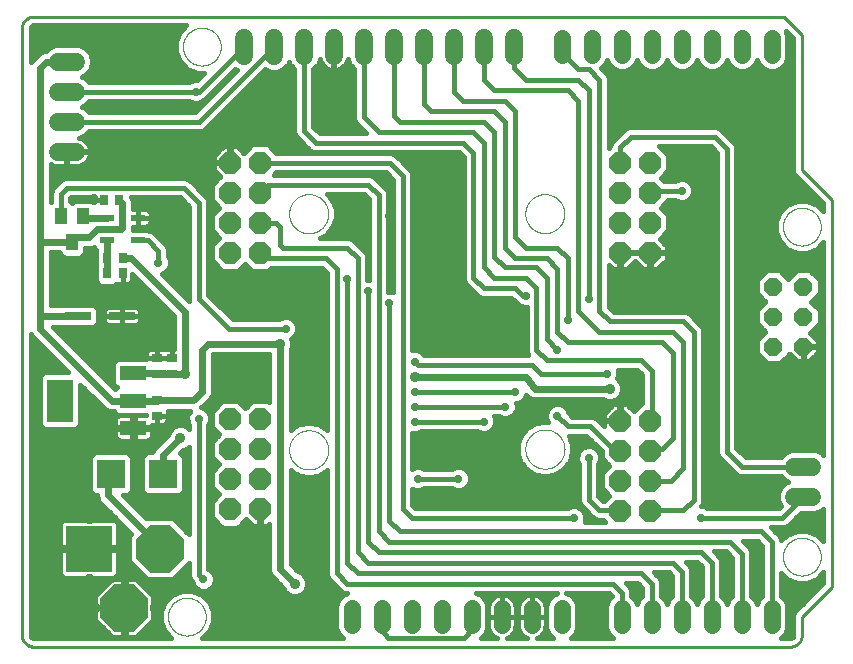
<source format=gtl>
G75*
%MOIN*%
%OFA0B0*%
%FSLAX25Y25*%
%IPPOS*%
%LPD*%
%AMOC8*
5,1,8,0,0,1.08239X$1,22.5*
%
%ADD10C,0.01000*%
%ADD11C,0.00000*%
%ADD12C,0.00039*%
%ADD13OC8,0.06102*%
%ADD14C,0.05600*%
%ADD15C,0.06000*%
%ADD16OC8,0.07400*%
%ADD17OC8,0.15748*%
%ADD18R,0.15748X0.15748*%
%ADD19C,0.07677*%
%ADD20R,0.03543X0.02756*%
%ADD21R,0.08800X0.04800*%
%ADD22R,0.08661X0.14173*%
%ADD23R,0.08661X0.02559*%
%ADD24R,0.09449X0.09449*%
%ADD25R,0.04724X0.02362*%
%ADD26R,0.03937X0.05512*%
%ADD27R,0.02756X0.03543*%
%ADD28C,0.01600*%
%ADD29C,0.02800*%
%ADD30C,0.02400*%
%ADD31C,0.03562*%
%ADD32C,0.03600*%
D10*
X0008350Y0009237D02*
X0008350Y0211363D01*
X0008352Y0211487D01*
X0008358Y0211610D01*
X0008367Y0211734D01*
X0008381Y0211856D01*
X0008398Y0211979D01*
X0008420Y0212101D01*
X0008445Y0212222D01*
X0008474Y0212342D01*
X0008506Y0212461D01*
X0008543Y0212580D01*
X0008583Y0212697D01*
X0008626Y0212812D01*
X0008674Y0212927D01*
X0008725Y0213039D01*
X0008779Y0213150D01*
X0008837Y0213260D01*
X0008898Y0213367D01*
X0008963Y0213473D01*
X0009031Y0213576D01*
X0009102Y0213677D01*
X0009176Y0213776D01*
X0009253Y0213873D01*
X0009334Y0213967D01*
X0009417Y0214058D01*
X0009503Y0214147D01*
X0009592Y0214233D01*
X0009683Y0214316D01*
X0009777Y0214397D01*
X0009874Y0214474D01*
X0009973Y0214548D01*
X0010074Y0214619D01*
X0010177Y0214687D01*
X0010283Y0214752D01*
X0010390Y0214813D01*
X0010500Y0214871D01*
X0010611Y0214925D01*
X0010723Y0214976D01*
X0010838Y0215024D01*
X0010953Y0215067D01*
X0011070Y0215107D01*
X0011189Y0215144D01*
X0011308Y0215176D01*
X0011428Y0215205D01*
X0011549Y0215230D01*
X0011671Y0215252D01*
X0011794Y0215269D01*
X0011916Y0215283D01*
X0012040Y0215292D01*
X0012163Y0215298D01*
X0012287Y0215300D01*
X0262350Y0215300D01*
X0268350Y0209300D01*
X0268350Y0164300D01*
X0278350Y0154300D01*
X0278350Y0025300D01*
X0268350Y0015300D01*
X0268350Y0009237D01*
X0268348Y0009113D01*
X0268342Y0008990D01*
X0268333Y0008866D01*
X0268319Y0008744D01*
X0268302Y0008621D01*
X0268280Y0008499D01*
X0268255Y0008378D01*
X0268226Y0008258D01*
X0268194Y0008139D01*
X0268157Y0008020D01*
X0268117Y0007903D01*
X0268074Y0007788D01*
X0268026Y0007673D01*
X0267975Y0007561D01*
X0267921Y0007450D01*
X0267863Y0007340D01*
X0267802Y0007233D01*
X0267737Y0007127D01*
X0267669Y0007024D01*
X0267598Y0006923D01*
X0267524Y0006824D01*
X0267447Y0006727D01*
X0267366Y0006633D01*
X0267283Y0006542D01*
X0267197Y0006453D01*
X0267108Y0006367D01*
X0267017Y0006284D01*
X0266923Y0006203D01*
X0266826Y0006126D01*
X0266727Y0006052D01*
X0266626Y0005981D01*
X0266523Y0005913D01*
X0266417Y0005848D01*
X0266310Y0005787D01*
X0266200Y0005729D01*
X0266089Y0005675D01*
X0265977Y0005624D01*
X0265862Y0005576D01*
X0265747Y0005533D01*
X0265630Y0005493D01*
X0265511Y0005456D01*
X0265392Y0005424D01*
X0265272Y0005395D01*
X0265151Y0005370D01*
X0265029Y0005348D01*
X0264906Y0005331D01*
X0264784Y0005317D01*
X0264660Y0005308D01*
X0264537Y0005302D01*
X0264413Y0005300D01*
X0012287Y0005300D01*
X0012163Y0005302D01*
X0012040Y0005308D01*
X0011916Y0005317D01*
X0011794Y0005331D01*
X0011671Y0005348D01*
X0011549Y0005370D01*
X0011428Y0005395D01*
X0011308Y0005424D01*
X0011189Y0005456D01*
X0011070Y0005493D01*
X0010953Y0005533D01*
X0010838Y0005576D01*
X0010723Y0005624D01*
X0010611Y0005675D01*
X0010500Y0005729D01*
X0010390Y0005787D01*
X0010283Y0005848D01*
X0010177Y0005913D01*
X0010074Y0005981D01*
X0009973Y0006052D01*
X0009874Y0006126D01*
X0009777Y0006203D01*
X0009683Y0006284D01*
X0009592Y0006367D01*
X0009503Y0006453D01*
X0009417Y0006542D01*
X0009334Y0006633D01*
X0009253Y0006727D01*
X0009176Y0006824D01*
X0009102Y0006923D01*
X0009031Y0007024D01*
X0008963Y0007127D01*
X0008898Y0007233D01*
X0008837Y0007340D01*
X0008779Y0007450D01*
X0008725Y0007561D01*
X0008674Y0007673D01*
X0008626Y0007788D01*
X0008583Y0007903D01*
X0008543Y0008020D01*
X0008506Y0008139D01*
X0008474Y0008258D01*
X0008445Y0008378D01*
X0008420Y0008499D01*
X0008398Y0008621D01*
X0008381Y0008744D01*
X0008367Y0008866D01*
X0008358Y0008990D01*
X0008352Y0009113D01*
X0008350Y0009237D01*
D11*
X0057051Y0015300D02*
X0057053Y0015458D01*
X0057059Y0015616D01*
X0057069Y0015774D01*
X0057083Y0015932D01*
X0057101Y0016089D01*
X0057122Y0016246D01*
X0057148Y0016402D01*
X0057178Y0016558D01*
X0057211Y0016713D01*
X0057249Y0016866D01*
X0057290Y0017019D01*
X0057335Y0017171D01*
X0057384Y0017322D01*
X0057437Y0017471D01*
X0057493Y0017619D01*
X0057553Y0017765D01*
X0057617Y0017910D01*
X0057685Y0018053D01*
X0057756Y0018195D01*
X0057830Y0018335D01*
X0057908Y0018472D01*
X0057990Y0018608D01*
X0058074Y0018742D01*
X0058163Y0018873D01*
X0058254Y0019002D01*
X0058349Y0019129D01*
X0058446Y0019254D01*
X0058547Y0019376D01*
X0058651Y0019495D01*
X0058758Y0019612D01*
X0058868Y0019726D01*
X0058981Y0019837D01*
X0059096Y0019946D01*
X0059214Y0020051D01*
X0059335Y0020153D01*
X0059458Y0020253D01*
X0059584Y0020349D01*
X0059712Y0020442D01*
X0059842Y0020532D01*
X0059975Y0020618D01*
X0060110Y0020702D01*
X0060246Y0020781D01*
X0060385Y0020858D01*
X0060526Y0020930D01*
X0060668Y0021000D01*
X0060812Y0021065D01*
X0060958Y0021127D01*
X0061105Y0021185D01*
X0061254Y0021240D01*
X0061404Y0021291D01*
X0061555Y0021338D01*
X0061707Y0021381D01*
X0061860Y0021420D01*
X0062015Y0021456D01*
X0062170Y0021487D01*
X0062326Y0021515D01*
X0062482Y0021539D01*
X0062639Y0021559D01*
X0062797Y0021575D01*
X0062954Y0021587D01*
X0063113Y0021595D01*
X0063271Y0021599D01*
X0063429Y0021599D01*
X0063587Y0021595D01*
X0063746Y0021587D01*
X0063903Y0021575D01*
X0064061Y0021559D01*
X0064218Y0021539D01*
X0064374Y0021515D01*
X0064530Y0021487D01*
X0064685Y0021456D01*
X0064840Y0021420D01*
X0064993Y0021381D01*
X0065145Y0021338D01*
X0065296Y0021291D01*
X0065446Y0021240D01*
X0065595Y0021185D01*
X0065742Y0021127D01*
X0065888Y0021065D01*
X0066032Y0021000D01*
X0066174Y0020930D01*
X0066315Y0020858D01*
X0066454Y0020781D01*
X0066590Y0020702D01*
X0066725Y0020618D01*
X0066858Y0020532D01*
X0066988Y0020442D01*
X0067116Y0020349D01*
X0067242Y0020253D01*
X0067365Y0020153D01*
X0067486Y0020051D01*
X0067604Y0019946D01*
X0067719Y0019837D01*
X0067832Y0019726D01*
X0067942Y0019612D01*
X0068049Y0019495D01*
X0068153Y0019376D01*
X0068254Y0019254D01*
X0068351Y0019129D01*
X0068446Y0019002D01*
X0068537Y0018873D01*
X0068626Y0018742D01*
X0068710Y0018608D01*
X0068792Y0018472D01*
X0068870Y0018335D01*
X0068944Y0018195D01*
X0069015Y0018053D01*
X0069083Y0017910D01*
X0069147Y0017765D01*
X0069207Y0017619D01*
X0069263Y0017471D01*
X0069316Y0017322D01*
X0069365Y0017171D01*
X0069410Y0017019D01*
X0069451Y0016866D01*
X0069489Y0016713D01*
X0069522Y0016558D01*
X0069552Y0016402D01*
X0069578Y0016246D01*
X0069599Y0016089D01*
X0069617Y0015932D01*
X0069631Y0015774D01*
X0069641Y0015616D01*
X0069647Y0015458D01*
X0069649Y0015300D01*
X0069647Y0015142D01*
X0069641Y0014984D01*
X0069631Y0014826D01*
X0069617Y0014668D01*
X0069599Y0014511D01*
X0069578Y0014354D01*
X0069552Y0014198D01*
X0069522Y0014042D01*
X0069489Y0013887D01*
X0069451Y0013734D01*
X0069410Y0013581D01*
X0069365Y0013429D01*
X0069316Y0013278D01*
X0069263Y0013129D01*
X0069207Y0012981D01*
X0069147Y0012835D01*
X0069083Y0012690D01*
X0069015Y0012547D01*
X0068944Y0012405D01*
X0068870Y0012265D01*
X0068792Y0012128D01*
X0068710Y0011992D01*
X0068626Y0011858D01*
X0068537Y0011727D01*
X0068446Y0011598D01*
X0068351Y0011471D01*
X0068254Y0011346D01*
X0068153Y0011224D01*
X0068049Y0011105D01*
X0067942Y0010988D01*
X0067832Y0010874D01*
X0067719Y0010763D01*
X0067604Y0010654D01*
X0067486Y0010549D01*
X0067365Y0010447D01*
X0067242Y0010347D01*
X0067116Y0010251D01*
X0066988Y0010158D01*
X0066858Y0010068D01*
X0066725Y0009982D01*
X0066590Y0009898D01*
X0066454Y0009819D01*
X0066315Y0009742D01*
X0066174Y0009670D01*
X0066032Y0009600D01*
X0065888Y0009535D01*
X0065742Y0009473D01*
X0065595Y0009415D01*
X0065446Y0009360D01*
X0065296Y0009309D01*
X0065145Y0009262D01*
X0064993Y0009219D01*
X0064840Y0009180D01*
X0064685Y0009144D01*
X0064530Y0009113D01*
X0064374Y0009085D01*
X0064218Y0009061D01*
X0064061Y0009041D01*
X0063903Y0009025D01*
X0063746Y0009013D01*
X0063587Y0009005D01*
X0063429Y0009001D01*
X0063271Y0009001D01*
X0063113Y0009005D01*
X0062954Y0009013D01*
X0062797Y0009025D01*
X0062639Y0009041D01*
X0062482Y0009061D01*
X0062326Y0009085D01*
X0062170Y0009113D01*
X0062015Y0009144D01*
X0061860Y0009180D01*
X0061707Y0009219D01*
X0061555Y0009262D01*
X0061404Y0009309D01*
X0061254Y0009360D01*
X0061105Y0009415D01*
X0060958Y0009473D01*
X0060812Y0009535D01*
X0060668Y0009600D01*
X0060526Y0009670D01*
X0060385Y0009742D01*
X0060246Y0009819D01*
X0060110Y0009898D01*
X0059975Y0009982D01*
X0059842Y0010068D01*
X0059712Y0010158D01*
X0059584Y0010251D01*
X0059458Y0010347D01*
X0059335Y0010447D01*
X0059214Y0010549D01*
X0059096Y0010654D01*
X0058981Y0010763D01*
X0058868Y0010874D01*
X0058758Y0010988D01*
X0058651Y0011105D01*
X0058547Y0011224D01*
X0058446Y0011346D01*
X0058349Y0011471D01*
X0058254Y0011598D01*
X0058163Y0011727D01*
X0058074Y0011858D01*
X0057990Y0011992D01*
X0057908Y0012128D01*
X0057830Y0012265D01*
X0057756Y0012405D01*
X0057685Y0012547D01*
X0057617Y0012690D01*
X0057553Y0012835D01*
X0057493Y0012981D01*
X0057437Y0013129D01*
X0057384Y0013278D01*
X0057335Y0013429D01*
X0057290Y0013581D01*
X0057249Y0013734D01*
X0057211Y0013887D01*
X0057178Y0014042D01*
X0057148Y0014198D01*
X0057122Y0014354D01*
X0057101Y0014511D01*
X0057083Y0014668D01*
X0057069Y0014826D01*
X0057059Y0014984D01*
X0057053Y0015142D01*
X0057051Y0015300D01*
X0262051Y0035300D02*
X0262053Y0035458D01*
X0262059Y0035616D01*
X0262069Y0035774D01*
X0262083Y0035932D01*
X0262101Y0036089D01*
X0262122Y0036246D01*
X0262148Y0036402D01*
X0262178Y0036558D01*
X0262211Y0036713D01*
X0262249Y0036866D01*
X0262290Y0037019D01*
X0262335Y0037171D01*
X0262384Y0037322D01*
X0262437Y0037471D01*
X0262493Y0037619D01*
X0262553Y0037765D01*
X0262617Y0037910D01*
X0262685Y0038053D01*
X0262756Y0038195D01*
X0262830Y0038335D01*
X0262908Y0038472D01*
X0262990Y0038608D01*
X0263074Y0038742D01*
X0263163Y0038873D01*
X0263254Y0039002D01*
X0263349Y0039129D01*
X0263446Y0039254D01*
X0263547Y0039376D01*
X0263651Y0039495D01*
X0263758Y0039612D01*
X0263868Y0039726D01*
X0263981Y0039837D01*
X0264096Y0039946D01*
X0264214Y0040051D01*
X0264335Y0040153D01*
X0264458Y0040253D01*
X0264584Y0040349D01*
X0264712Y0040442D01*
X0264842Y0040532D01*
X0264975Y0040618D01*
X0265110Y0040702D01*
X0265246Y0040781D01*
X0265385Y0040858D01*
X0265526Y0040930D01*
X0265668Y0041000D01*
X0265812Y0041065D01*
X0265958Y0041127D01*
X0266105Y0041185D01*
X0266254Y0041240D01*
X0266404Y0041291D01*
X0266555Y0041338D01*
X0266707Y0041381D01*
X0266860Y0041420D01*
X0267015Y0041456D01*
X0267170Y0041487D01*
X0267326Y0041515D01*
X0267482Y0041539D01*
X0267639Y0041559D01*
X0267797Y0041575D01*
X0267954Y0041587D01*
X0268113Y0041595D01*
X0268271Y0041599D01*
X0268429Y0041599D01*
X0268587Y0041595D01*
X0268746Y0041587D01*
X0268903Y0041575D01*
X0269061Y0041559D01*
X0269218Y0041539D01*
X0269374Y0041515D01*
X0269530Y0041487D01*
X0269685Y0041456D01*
X0269840Y0041420D01*
X0269993Y0041381D01*
X0270145Y0041338D01*
X0270296Y0041291D01*
X0270446Y0041240D01*
X0270595Y0041185D01*
X0270742Y0041127D01*
X0270888Y0041065D01*
X0271032Y0041000D01*
X0271174Y0040930D01*
X0271315Y0040858D01*
X0271454Y0040781D01*
X0271590Y0040702D01*
X0271725Y0040618D01*
X0271858Y0040532D01*
X0271988Y0040442D01*
X0272116Y0040349D01*
X0272242Y0040253D01*
X0272365Y0040153D01*
X0272486Y0040051D01*
X0272604Y0039946D01*
X0272719Y0039837D01*
X0272832Y0039726D01*
X0272942Y0039612D01*
X0273049Y0039495D01*
X0273153Y0039376D01*
X0273254Y0039254D01*
X0273351Y0039129D01*
X0273446Y0039002D01*
X0273537Y0038873D01*
X0273626Y0038742D01*
X0273710Y0038608D01*
X0273792Y0038472D01*
X0273870Y0038335D01*
X0273944Y0038195D01*
X0274015Y0038053D01*
X0274083Y0037910D01*
X0274147Y0037765D01*
X0274207Y0037619D01*
X0274263Y0037471D01*
X0274316Y0037322D01*
X0274365Y0037171D01*
X0274410Y0037019D01*
X0274451Y0036866D01*
X0274489Y0036713D01*
X0274522Y0036558D01*
X0274552Y0036402D01*
X0274578Y0036246D01*
X0274599Y0036089D01*
X0274617Y0035932D01*
X0274631Y0035774D01*
X0274641Y0035616D01*
X0274647Y0035458D01*
X0274649Y0035300D01*
X0274647Y0035142D01*
X0274641Y0034984D01*
X0274631Y0034826D01*
X0274617Y0034668D01*
X0274599Y0034511D01*
X0274578Y0034354D01*
X0274552Y0034198D01*
X0274522Y0034042D01*
X0274489Y0033887D01*
X0274451Y0033734D01*
X0274410Y0033581D01*
X0274365Y0033429D01*
X0274316Y0033278D01*
X0274263Y0033129D01*
X0274207Y0032981D01*
X0274147Y0032835D01*
X0274083Y0032690D01*
X0274015Y0032547D01*
X0273944Y0032405D01*
X0273870Y0032265D01*
X0273792Y0032128D01*
X0273710Y0031992D01*
X0273626Y0031858D01*
X0273537Y0031727D01*
X0273446Y0031598D01*
X0273351Y0031471D01*
X0273254Y0031346D01*
X0273153Y0031224D01*
X0273049Y0031105D01*
X0272942Y0030988D01*
X0272832Y0030874D01*
X0272719Y0030763D01*
X0272604Y0030654D01*
X0272486Y0030549D01*
X0272365Y0030447D01*
X0272242Y0030347D01*
X0272116Y0030251D01*
X0271988Y0030158D01*
X0271858Y0030068D01*
X0271725Y0029982D01*
X0271590Y0029898D01*
X0271454Y0029819D01*
X0271315Y0029742D01*
X0271174Y0029670D01*
X0271032Y0029600D01*
X0270888Y0029535D01*
X0270742Y0029473D01*
X0270595Y0029415D01*
X0270446Y0029360D01*
X0270296Y0029309D01*
X0270145Y0029262D01*
X0269993Y0029219D01*
X0269840Y0029180D01*
X0269685Y0029144D01*
X0269530Y0029113D01*
X0269374Y0029085D01*
X0269218Y0029061D01*
X0269061Y0029041D01*
X0268903Y0029025D01*
X0268746Y0029013D01*
X0268587Y0029005D01*
X0268429Y0029001D01*
X0268271Y0029001D01*
X0268113Y0029005D01*
X0267954Y0029013D01*
X0267797Y0029025D01*
X0267639Y0029041D01*
X0267482Y0029061D01*
X0267326Y0029085D01*
X0267170Y0029113D01*
X0267015Y0029144D01*
X0266860Y0029180D01*
X0266707Y0029219D01*
X0266555Y0029262D01*
X0266404Y0029309D01*
X0266254Y0029360D01*
X0266105Y0029415D01*
X0265958Y0029473D01*
X0265812Y0029535D01*
X0265668Y0029600D01*
X0265526Y0029670D01*
X0265385Y0029742D01*
X0265246Y0029819D01*
X0265110Y0029898D01*
X0264975Y0029982D01*
X0264842Y0030068D01*
X0264712Y0030158D01*
X0264584Y0030251D01*
X0264458Y0030347D01*
X0264335Y0030447D01*
X0264214Y0030549D01*
X0264096Y0030654D01*
X0263981Y0030763D01*
X0263868Y0030874D01*
X0263758Y0030988D01*
X0263651Y0031105D01*
X0263547Y0031224D01*
X0263446Y0031346D01*
X0263349Y0031471D01*
X0263254Y0031598D01*
X0263163Y0031727D01*
X0263074Y0031858D01*
X0262990Y0031992D01*
X0262908Y0032128D01*
X0262830Y0032265D01*
X0262756Y0032405D01*
X0262685Y0032547D01*
X0262617Y0032690D01*
X0262553Y0032835D01*
X0262493Y0032981D01*
X0262437Y0033129D01*
X0262384Y0033278D01*
X0262335Y0033429D01*
X0262290Y0033581D01*
X0262249Y0033734D01*
X0262211Y0033887D01*
X0262178Y0034042D01*
X0262148Y0034198D01*
X0262122Y0034354D01*
X0262101Y0034511D01*
X0262083Y0034668D01*
X0262069Y0034826D01*
X0262059Y0034984D01*
X0262053Y0035142D01*
X0262051Y0035300D01*
X0262051Y0145300D02*
X0262053Y0145458D01*
X0262059Y0145616D01*
X0262069Y0145774D01*
X0262083Y0145932D01*
X0262101Y0146089D01*
X0262122Y0146246D01*
X0262148Y0146402D01*
X0262178Y0146558D01*
X0262211Y0146713D01*
X0262249Y0146866D01*
X0262290Y0147019D01*
X0262335Y0147171D01*
X0262384Y0147322D01*
X0262437Y0147471D01*
X0262493Y0147619D01*
X0262553Y0147765D01*
X0262617Y0147910D01*
X0262685Y0148053D01*
X0262756Y0148195D01*
X0262830Y0148335D01*
X0262908Y0148472D01*
X0262990Y0148608D01*
X0263074Y0148742D01*
X0263163Y0148873D01*
X0263254Y0149002D01*
X0263349Y0149129D01*
X0263446Y0149254D01*
X0263547Y0149376D01*
X0263651Y0149495D01*
X0263758Y0149612D01*
X0263868Y0149726D01*
X0263981Y0149837D01*
X0264096Y0149946D01*
X0264214Y0150051D01*
X0264335Y0150153D01*
X0264458Y0150253D01*
X0264584Y0150349D01*
X0264712Y0150442D01*
X0264842Y0150532D01*
X0264975Y0150618D01*
X0265110Y0150702D01*
X0265246Y0150781D01*
X0265385Y0150858D01*
X0265526Y0150930D01*
X0265668Y0151000D01*
X0265812Y0151065D01*
X0265958Y0151127D01*
X0266105Y0151185D01*
X0266254Y0151240D01*
X0266404Y0151291D01*
X0266555Y0151338D01*
X0266707Y0151381D01*
X0266860Y0151420D01*
X0267015Y0151456D01*
X0267170Y0151487D01*
X0267326Y0151515D01*
X0267482Y0151539D01*
X0267639Y0151559D01*
X0267797Y0151575D01*
X0267954Y0151587D01*
X0268113Y0151595D01*
X0268271Y0151599D01*
X0268429Y0151599D01*
X0268587Y0151595D01*
X0268746Y0151587D01*
X0268903Y0151575D01*
X0269061Y0151559D01*
X0269218Y0151539D01*
X0269374Y0151515D01*
X0269530Y0151487D01*
X0269685Y0151456D01*
X0269840Y0151420D01*
X0269993Y0151381D01*
X0270145Y0151338D01*
X0270296Y0151291D01*
X0270446Y0151240D01*
X0270595Y0151185D01*
X0270742Y0151127D01*
X0270888Y0151065D01*
X0271032Y0151000D01*
X0271174Y0150930D01*
X0271315Y0150858D01*
X0271454Y0150781D01*
X0271590Y0150702D01*
X0271725Y0150618D01*
X0271858Y0150532D01*
X0271988Y0150442D01*
X0272116Y0150349D01*
X0272242Y0150253D01*
X0272365Y0150153D01*
X0272486Y0150051D01*
X0272604Y0149946D01*
X0272719Y0149837D01*
X0272832Y0149726D01*
X0272942Y0149612D01*
X0273049Y0149495D01*
X0273153Y0149376D01*
X0273254Y0149254D01*
X0273351Y0149129D01*
X0273446Y0149002D01*
X0273537Y0148873D01*
X0273626Y0148742D01*
X0273710Y0148608D01*
X0273792Y0148472D01*
X0273870Y0148335D01*
X0273944Y0148195D01*
X0274015Y0148053D01*
X0274083Y0147910D01*
X0274147Y0147765D01*
X0274207Y0147619D01*
X0274263Y0147471D01*
X0274316Y0147322D01*
X0274365Y0147171D01*
X0274410Y0147019D01*
X0274451Y0146866D01*
X0274489Y0146713D01*
X0274522Y0146558D01*
X0274552Y0146402D01*
X0274578Y0146246D01*
X0274599Y0146089D01*
X0274617Y0145932D01*
X0274631Y0145774D01*
X0274641Y0145616D01*
X0274647Y0145458D01*
X0274649Y0145300D01*
X0274647Y0145142D01*
X0274641Y0144984D01*
X0274631Y0144826D01*
X0274617Y0144668D01*
X0274599Y0144511D01*
X0274578Y0144354D01*
X0274552Y0144198D01*
X0274522Y0144042D01*
X0274489Y0143887D01*
X0274451Y0143734D01*
X0274410Y0143581D01*
X0274365Y0143429D01*
X0274316Y0143278D01*
X0274263Y0143129D01*
X0274207Y0142981D01*
X0274147Y0142835D01*
X0274083Y0142690D01*
X0274015Y0142547D01*
X0273944Y0142405D01*
X0273870Y0142265D01*
X0273792Y0142128D01*
X0273710Y0141992D01*
X0273626Y0141858D01*
X0273537Y0141727D01*
X0273446Y0141598D01*
X0273351Y0141471D01*
X0273254Y0141346D01*
X0273153Y0141224D01*
X0273049Y0141105D01*
X0272942Y0140988D01*
X0272832Y0140874D01*
X0272719Y0140763D01*
X0272604Y0140654D01*
X0272486Y0140549D01*
X0272365Y0140447D01*
X0272242Y0140347D01*
X0272116Y0140251D01*
X0271988Y0140158D01*
X0271858Y0140068D01*
X0271725Y0139982D01*
X0271590Y0139898D01*
X0271454Y0139819D01*
X0271315Y0139742D01*
X0271174Y0139670D01*
X0271032Y0139600D01*
X0270888Y0139535D01*
X0270742Y0139473D01*
X0270595Y0139415D01*
X0270446Y0139360D01*
X0270296Y0139309D01*
X0270145Y0139262D01*
X0269993Y0139219D01*
X0269840Y0139180D01*
X0269685Y0139144D01*
X0269530Y0139113D01*
X0269374Y0139085D01*
X0269218Y0139061D01*
X0269061Y0139041D01*
X0268903Y0139025D01*
X0268746Y0139013D01*
X0268587Y0139005D01*
X0268429Y0139001D01*
X0268271Y0139001D01*
X0268113Y0139005D01*
X0267954Y0139013D01*
X0267797Y0139025D01*
X0267639Y0139041D01*
X0267482Y0139061D01*
X0267326Y0139085D01*
X0267170Y0139113D01*
X0267015Y0139144D01*
X0266860Y0139180D01*
X0266707Y0139219D01*
X0266555Y0139262D01*
X0266404Y0139309D01*
X0266254Y0139360D01*
X0266105Y0139415D01*
X0265958Y0139473D01*
X0265812Y0139535D01*
X0265668Y0139600D01*
X0265526Y0139670D01*
X0265385Y0139742D01*
X0265246Y0139819D01*
X0265110Y0139898D01*
X0264975Y0139982D01*
X0264842Y0140068D01*
X0264712Y0140158D01*
X0264584Y0140251D01*
X0264458Y0140347D01*
X0264335Y0140447D01*
X0264214Y0140549D01*
X0264096Y0140654D01*
X0263981Y0140763D01*
X0263868Y0140874D01*
X0263758Y0140988D01*
X0263651Y0141105D01*
X0263547Y0141224D01*
X0263446Y0141346D01*
X0263349Y0141471D01*
X0263254Y0141598D01*
X0263163Y0141727D01*
X0263074Y0141858D01*
X0262990Y0141992D01*
X0262908Y0142128D01*
X0262830Y0142265D01*
X0262756Y0142405D01*
X0262685Y0142547D01*
X0262617Y0142690D01*
X0262553Y0142835D01*
X0262493Y0142981D01*
X0262437Y0143129D01*
X0262384Y0143278D01*
X0262335Y0143429D01*
X0262290Y0143581D01*
X0262249Y0143734D01*
X0262211Y0143887D01*
X0262178Y0144042D01*
X0262148Y0144198D01*
X0262122Y0144354D01*
X0262101Y0144511D01*
X0262083Y0144668D01*
X0262069Y0144826D01*
X0262059Y0144984D01*
X0262053Y0145142D01*
X0262051Y0145300D01*
X0062051Y0205300D02*
X0062053Y0205458D01*
X0062059Y0205616D01*
X0062069Y0205774D01*
X0062083Y0205932D01*
X0062101Y0206089D01*
X0062122Y0206246D01*
X0062148Y0206402D01*
X0062178Y0206558D01*
X0062211Y0206713D01*
X0062249Y0206866D01*
X0062290Y0207019D01*
X0062335Y0207171D01*
X0062384Y0207322D01*
X0062437Y0207471D01*
X0062493Y0207619D01*
X0062553Y0207765D01*
X0062617Y0207910D01*
X0062685Y0208053D01*
X0062756Y0208195D01*
X0062830Y0208335D01*
X0062908Y0208472D01*
X0062990Y0208608D01*
X0063074Y0208742D01*
X0063163Y0208873D01*
X0063254Y0209002D01*
X0063349Y0209129D01*
X0063446Y0209254D01*
X0063547Y0209376D01*
X0063651Y0209495D01*
X0063758Y0209612D01*
X0063868Y0209726D01*
X0063981Y0209837D01*
X0064096Y0209946D01*
X0064214Y0210051D01*
X0064335Y0210153D01*
X0064458Y0210253D01*
X0064584Y0210349D01*
X0064712Y0210442D01*
X0064842Y0210532D01*
X0064975Y0210618D01*
X0065110Y0210702D01*
X0065246Y0210781D01*
X0065385Y0210858D01*
X0065526Y0210930D01*
X0065668Y0211000D01*
X0065812Y0211065D01*
X0065958Y0211127D01*
X0066105Y0211185D01*
X0066254Y0211240D01*
X0066404Y0211291D01*
X0066555Y0211338D01*
X0066707Y0211381D01*
X0066860Y0211420D01*
X0067015Y0211456D01*
X0067170Y0211487D01*
X0067326Y0211515D01*
X0067482Y0211539D01*
X0067639Y0211559D01*
X0067797Y0211575D01*
X0067954Y0211587D01*
X0068113Y0211595D01*
X0068271Y0211599D01*
X0068429Y0211599D01*
X0068587Y0211595D01*
X0068746Y0211587D01*
X0068903Y0211575D01*
X0069061Y0211559D01*
X0069218Y0211539D01*
X0069374Y0211515D01*
X0069530Y0211487D01*
X0069685Y0211456D01*
X0069840Y0211420D01*
X0069993Y0211381D01*
X0070145Y0211338D01*
X0070296Y0211291D01*
X0070446Y0211240D01*
X0070595Y0211185D01*
X0070742Y0211127D01*
X0070888Y0211065D01*
X0071032Y0211000D01*
X0071174Y0210930D01*
X0071315Y0210858D01*
X0071454Y0210781D01*
X0071590Y0210702D01*
X0071725Y0210618D01*
X0071858Y0210532D01*
X0071988Y0210442D01*
X0072116Y0210349D01*
X0072242Y0210253D01*
X0072365Y0210153D01*
X0072486Y0210051D01*
X0072604Y0209946D01*
X0072719Y0209837D01*
X0072832Y0209726D01*
X0072942Y0209612D01*
X0073049Y0209495D01*
X0073153Y0209376D01*
X0073254Y0209254D01*
X0073351Y0209129D01*
X0073446Y0209002D01*
X0073537Y0208873D01*
X0073626Y0208742D01*
X0073710Y0208608D01*
X0073792Y0208472D01*
X0073870Y0208335D01*
X0073944Y0208195D01*
X0074015Y0208053D01*
X0074083Y0207910D01*
X0074147Y0207765D01*
X0074207Y0207619D01*
X0074263Y0207471D01*
X0074316Y0207322D01*
X0074365Y0207171D01*
X0074410Y0207019D01*
X0074451Y0206866D01*
X0074489Y0206713D01*
X0074522Y0206558D01*
X0074552Y0206402D01*
X0074578Y0206246D01*
X0074599Y0206089D01*
X0074617Y0205932D01*
X0074631Y0205774D01*
X0074641Y0205616D01*
X0074647Y0205458D01*
X0074649Y0205300D01*
X0074647Y0205142D01*
X0074641Y0204984D01*
X0074631Y0204826D01*
X0074617Y0204668D01*
X0074599Y0204511D01*
X0074578Y0204354D01*
X0074552Y0204198D01*
X0074522Y0204042D01*
X0074489Y0203887D01*
X0074451Y0203734D01*
X0074410Y0203581D01*
X0074365Y0203429D01*
X0074316Y0203278D01*
X0074263Y0203129D01*
X0074207Y0202981D01*
X0074147Y0202835D01*
X0074083Y0202690D01*
X0074015Y0202547D01*
X0073944Y0202405D01*
X0073870Y0202265D01*
X0073792Y0202128D01*
X0073710Y0201992D01*
X0073626Y0201858D01*
X0073537Y0201727D01*
X0073446Y0201598D01*
X0073351Y0201471D01*
X0073254Y0201346D01*
X0073153Y0201224D01*
X0073049Y0201105D01*
X0072942Y0200988D01*
X0072832Y0200874D01*
X0072719Y0200763D01*
X0072604Y0200654D01*
X0072486Y0200549D01*
X0072365Y0200447D01*
X0072242Y0200347D01*
X0072116Y0200251D01*
X0071988Y0200158D01*
X0071858Y0200068D01*
X0071725Y0199982D01*
X0071590Y0199898D01*
X0071454Y0199819D01*
X0071315Y0199742D01*
X0071174Y0199670D01*
X0071032Y0199600D01*
X0070888Y0199535D01*
X0070742Y0199473D01*
X0070595Y0199415D01*
X0070446Y0199360D01*
X0070296Y0199309D01*
X0070145Y0199262D01*
X0069993Y0199219D01*
X0069840Y0199180D01*
X0069685Y0199144D01*
X0069530Y0199113D01*
X0069374Y0199085D01*
X0069218Y0199061D01*
X0069061Y0199041D01*
X0068903Y0199025D01*
X0068746Y0199013D01*
X0068587Y0199005D01*
X0068429Y0199001D01*
X0068271Y0199001D01*
X0068113Y0199005D01*
X0067954Y0199013D01*
X0067797Y0199025D01*
X0067639Y0199041D01*
X0067482Y0199061D01*
X0067326Y0199085D01*
X0067170Y0199113D01*
X0067015Y0199144D01*
X0066860Y0199180D01*
X0066707Y0199219D01*
X0066555Y0199262D01*
X0066404Y0199309D01*
X0066254Y0199360D01*
X0066105Y0199415D01*
X0065958Y0199473D01*
X0065812Y0199535D01*
X0065668Y0199600D01*
X0065526Y0199670D01*
X0065385Y0199742D01*
X0065246Y0199819D01*
X0065110Y0199898D01*
X0064975Y0199982D01*
X0064842Y0200068D01*
X0064712Y0200158D01*
X0064584Y0200251D01*
X0064458Y0200347D01*
X0064335Y0200447D01*
X0064214Y0200549D01*
X0064096Y0200654D01*
X0063981Y0200763D01*
X0063868Y0200874D01*
X0063758Y0200988D01*
X0063651Y0201105D01*
X0063547Y0201224D01*
X0063446Y0201346D01*
X0063349Y0201471D01*
X0063254Y0201598D01*
X0063163Y0201727D01*
X0063074Y0201858D01*
X0062990Y0201992D01*
X0062908Y0202128D01*
X0062830Y0202265D01*
X0062756Y0202405D01*
X0062685Y0202547D01*
X0062617Y0202690D01*
X0062553Y0202835D01*
X0062493Y0202981D01*
X0062437Y0203129D01*
X0062384Y0203278D01*
X0062335Y0203429D01*
X0062290Y0203581D01*
X0062249Y0203734D01*
X0062211Y0203887D01*
X0062178Y0204042D01*
X0062148Y0204198D01*
X0062122Y0204354D01*
X0062101Y0204511D01*
X0062083Y0204668D01*
X0062069Y0204826D01*
X0062059Y0204984D01*
X0062053Y0205142D01*
X0062051Y0205300D01*
D12*
X0097448Y0149603D02*
X0097450Y0149443D01*
X0097456Y0149283D01*
X0097466Y0149123D01*
X0097479Y0148964D01*
X0097497Y0148805D01*
X0097519Y0148646D01*
X0097544Y0148488D01*
X0097573Y0148331D01*
X0097606Y0148174D01*
X0097643Y0148019D01*
X0097684Y0147864D01*
X0097729Y0147710D01*
X0097777Y0147558D01*
X0097829Y0147406D01*
X0097885Y0147256D01*
X0097944Y0147108D01*
X0098007Y0146961D01*
X0098074Y0146815D01*
X0098144Y0146672D01*
X0098218Y0146529D01*
X0098295Y0146389D01*
X0098376Y0146251D01*
X0098460Y0146115D01*
X0098547Y0145981D01*
X0098637Y0145849D01*
X0098731Y0145719D01*
X0098828Y0145592D01*
X0098928Y0145467D01*
X0099031Y0145344D01*
X0099137Y0145224D01*
X0099246Y0145107D01*
X0099358Y0144993D01*
X0099472Y0144881D01*
X0099589Y0144772D01*
X0099709Y0144666D01*
X0099832Y0144563D01*
X0099957Y0144463D01*
X0100084Y0144366D01*
X0100214Y0144272D01*
X0100346Y0144182D01*
X0100480Y0144095D01*
X0100616Y0144011D01*
X0100754Y0143930D01*
X0100894Y0143853D01*
X0101037Y0143779D01*
X0101180Y0143709D01*
X0101326Y0143642D01*
X0101473Y0143579D01*
X0101621Y0143520D01*
X0101771Y0143464D01*
X0101923Y0143412D01*
X0102075Y0143364D01*
X0102229Y0143319D01*
X0102384Y0143278D01*
X0102539Y0143241D01*
X0102696Y0143208D01*
X0102853Y0143179D01*
X0103011Y0143154D01*
X0103170Y0143132D01*
X0103329Y0143114D01*
X0103488Y0143101D01*
X0103648Y0143091D01*
X0103808Y0143085D01*
X0103968Y0143083D01*
X0104128Y0143085D01*
X0104288Y0143091D01*
X0104448Y0143101D01*
X0104607Y0143114D01*
X0104766Y0143132D01*
X0104925Y0143154D01*
X0105083Y0143179D01*
X0105240Y0143208D01*
X0105397Y0143241D01*
X0105552Y0143278D01*
X0105707Y0143319D01*
X0105861Y0143364D01*
X0106013Y0143412D01*
X0106165Y0143464D01*
X0106315Y0143520D01*
X0106463Y0143579D01*
X0106610Y0143642D01*
X0106756Y0143709D01*
X0106899Y0143779D01*
X0107042Y0143853D01*
X0107182Y0143930D01*
X0107320Y0144011D01*
X0107456Y0144095D01*
X0107590Y0144182D01*
X0107722Y0144272D01*
X0107852Y0144366D01*
X0107979Y0144463D01*
X0108104Y0144563D01*
X0108227Y0144666D01*
X0108347Y0144772D01*
X0108464Y0144881D01*
X0108578Y0144993D01*
X0108690Y0145107D01*
X0108799Y0145224D01*
X0108905Y0145344D01*
X0109008Y0145467D01*
X0109108Y0145592D01*
X0109205Y0145719D01*
X0109299Y0145849D01*
X0109389Y0145981D01*
X0109476Y0146115D01*
X0109560Y0146251D01*
X0109641Y0146389D01*
X0109718Y0146529D01*
X0109792Y0146672D01*
X0109862Y0146815D01*
X0109929Y0146961D01*
X0109992Y0147108D01*
X0110051Y0147256D01*
X0110107Y0147406D01*
X0110159Y0147558D01*
X0110207Y0147710D01*
X0110252Y0147864D01*
X0110293Y0148019D01*
X0110330Y0148174D01*
X0110363Y0148331D01*
X0110392Y0148488D01*
X0110417Y0148646D01*
X0110439Y0148805D01*
X0110457Y0148964D01*
X0110470Y0149123D01*
X0110480Y0149283D01*
X0110486Y0149443D01*
X0110488Y0149603D01*
X0110486Y0149763D01*
X0110480Y0149923D01*
X0110470Y0150083D01*
X0110457Y0150242D01*
X0110439Y0150401D01*
X0110417Y0150560D01*
X0110392Y0150718D01*
X0110363Y0150875D01*
X0110330Y0151032D01*
X0110293Y0151187D01*
X0110252Y0151342D01*
X0110207Y0151496D01*
X0110159Y0151648D01*
X0110107Y0151800D01*
X0110051Y0151950D01*
X0109992Y0152098D01*
X0109929Y0152245D01*
X0109862Y0152391D01*
X0109792Y0152534D01*
X0109718Y0152677D01*
X0109641Y0152817D01*
X0109560Y0152955D01*
X0109476Y0153091D01*
X0109389Y0153225D01*
X0109299Y0153357D01*
X0109205Y0153487D01*
X0109108Y0153614D01*
X0109008Y0153739D01*
X0108905Y0153862D01*
X0108799Y0153982D01*
X0108690Y0154099D01*
X0108578Y0154213D01*
X0108464Y0154325D01*
X0108347Y0154434D01*
X0108227Y0154540D01*
X0108104Y0154643D01*
X0107979Y0154743D01*
X0107852Y0154840D01*
X0107722Y0154934D01*
X0107590Y0155024D01*
X0107456Y0155111D01*
X0107320Y0155195D01*
X0107182Y0155276D01*
X0107042Y0155353D01*
X0106899Y0155427D01*
X0106756Y0155497D01*
X0106610Y0155564D01*
X0106463Y0155627D01*
X0106315Y0155686D01*
X0106165Y0155742D01*
X0106013Y0155794D01*
X0105861Y0155842D01*
X0105707Y0155887D01*
X0105552Y0155928D01*
X0105397Y0155965D01*
X0105240Y0155998D01*
X0105083Y0156027D01*
X0104925Y0156052D01*
X0104766Y0156074D01*
X0104607Y0156092D01*
X0104448Y0156105D01*
X0104288Y0156115D01*
X0104128Y0156121D01*
X0103968Y0156123D01*
X0103808Y0156121D01*
X0103648Y0156115D01*
X0103488Y0156105D01*
X0103329Y0156092D01*
X0103170Y0156074D01*
X0103011Y0156052D01*
X0102853Y0156027D01*
X0102696Y0155998D01*
X0102539Y0155965D01*
X0102384Y0155928D01*
X0102229Y0155887D01*
X0102075Y0155842D01*
X0101923Y0155794D01*
X0101771Y0155742D01*
X0101621Y0155686D01*
X0101473Y0155627D01*
X0101326Y0155564D01*
X0101180Y0155497D01*
X0101037Y0155427D01*
X0100894Y0155353D01*
X0100754Y0155276D01*
X0100616Y0155195D01*
X0100480Y0155111D01*
X0100346Y0155024D01*
X0100214Y0154934D01*
X0100084Y0154840D01*
X0099957Y0154743D01*
X0099832Y0154643D01*
X0099709Y0154540D01*
X0099589Y0154434D01*
X0099472Y0154325D01*
X0099358Y0154213D01*
X0099246Y0154099D01*
X0099137Y0153982D01*
X0099031Y0153862D01*
X0098928Y0153739D01*
X0098828Y0153614D01*
X0098731Y0153487D01*
X0098637Y0153357D01*
X0098547Y0153225D01*
X0098460Y0153091D01*
X0098376Y0152955D01*
X0098295Y0152817D01*
X0098218Y0152677D01*
X0098144Y0152534D01*
X0098074Y0152391D01*
X0098007Y0152245D01*
X0097944Y0152098D01*
X0097885Y0151950D01*
X0097829Y0151800D01*
X0097777Y0151648D01*
X0097729Y0151496D01*
X0097684Y0151342D01*
X0097643Y0151187D01*
X0097606Y0151032D01*
X0097573Y0150875D01*
X0097544Y0150718D01*
X0097519Y0150560D01*
X0097497Y0150401D01*
X0097479Y0150242D01*
X0097466Y0150083D01*
X0097456Y0149923D01*
X0097450Y0149763D01*
X0097448Y0149603D01*
X0176189Y0149631D02*
X0176191Y0149472D01*
X0176197Y0149312D01*
X0176207Y0149153D01*
X0176220Y0148995D01*
X0176238Y0148836D01*
X0176259Y0148678D01*
X0176285Y0148521D01*
X0176314Y0148364D01*
X0176347Y0148209D01*
X0176384Y0148054D01*
X0176424Y0147900D01*
X0176469Y0147746D01*
X0176517Y0147595D01*
X0176568Y0147444D01*
X0176624Y0147295D01*
X0176683Y0147147D01*
X0176746Y0147000D01*
X0176812Y0146855D01*
X0176882Y0146712D01*
X0176956Y0146571D01*
X0177032Y0146431D01*
X0177113Y0146293D01*
X0177196Y0146158D01*
X0177283Y0146024D01*
X0177373Y0145893D01*
X0177467Y0145764D01*
X0177563Y0145637D01*
X0177663Y0145513D01*
X0177765Y0145391D01*
X0177871Y0145271D01*
X0177979Y0145155D01*
X0178090Y0145040D01*
X0178205Y0144929D01*
X0178321Y0144821D01*
X0178441Y0144715D01*
X0178563Y0144613D01*
X0178687Y0144513D01*
X0178814Y0144417D01*
X0178943Y0144323D01*
X0179074Y0144233D01*
X0179208Y0144146D01*
X0179343Y0144063D01*
X0179481Y0143982D01*
X0179621Y0143906D01*
X0179762Y0143832D01*
X0179905Y0143762D01*
X0180050Y0143696D01*
X0180197Y0143633D01*
X0180345Y0143574D01*
X0180494Y0143518D01*
X0180645Y0143467D01*
X0180796Y0143419D01*
X0180950Y0143374D01*
X0181104Y0143334D01*
X0181259Y0143297D01*
X0181414Y0143264D01*
X0181571Y0143235D01*
X0181728Y0143209D01*
X0181886Y0143188D01*
X0182045Y0143170D01*
X0182203Y0143157D01*
X0182362Y0143147D01*
X0182522Y0143141D01*
X0182681Y0143139D01*
X0182840Y0143141D01*
X0183000Y0143147D01*
X0183159Y0143157D01*
X0183317Y0143170D01*
X0183476Y0143188D01*
X0183634Y0143209D01*
X0183791Y0143235D01*
X0183948Y0143264D01*
X0184103Y0143297D01*
X0184258Y0143334D01*
X0184412Y0143374D01*
X0184566Y0143419D01*
X0184717Y0143467D01*
X0184868Y0143518D01*
X0185017Y0143574D01*
X0185165Y0143633D01*
X0185312Y0143696D01*
X0185457Y0143762D01*
X0185600Y0143832D01*
X0185741Y0143906D01*
X0185881Y0143982D01*
X0186019Y0144063D01*
X0186154Y0144146D01*
X0186288Y0144233D01*
X0186419Y0144323D01*
X0186548Y0144417D01*
X0186675Y0144513D01*
X0186799Y0144613D01*
X0186921Y0144715D01*
X0187041Y0144821D01*
X0187157Y0144929D01*
X0187272Y0145040D01*
X0187383Y0145155D01*
X0187491Y0145271D01*
X0187597Y0145391D01*
X0187699Y0145513D01*
X0187799Y0145637D01*
X0187895Y0145764D01*
X0187989Y0145893D01*
X0188079Y0146024D01*
X0188166Y0146158D01*
X0188249Y0146293D01*
X0188330Y0146431D01*
X0188406Y0146571D01*
X0188480Y0146712D01*
X0188550Y0146855D01*
X0188616Y0147000D01*
X0188679Y0147147D01*
X0188738Y0147295D01*
X0188794Y0147444D01*
X0188845Y0147595D01*
X0188893Y0147746D01*
X0188938Y0147900D01*
X0188978Y0148054D01*
X0189015Y0148209D01*
X0189048Y0148364D01*
X0189077Y0148521D01*
X0189103Y0148678D01*
X0189124Y0148836D01*
X0189142Y0148995D01*
X0189155Y0149153D01*
X0189165Y0149312D01*
X0189171Y0149472D01*
X0189173Y0149631D01*
X0189171Y0149790D01*
X0189165Y0149950D01*
X0189155Y0150109D01*
X0189142Y0150267D01*
X0189124Y0150426D01*
X0189103Y0150584D01*
X0189077Y0150741D01*
X0189048Y0150898D01*
X0189015Y0151053D01*
X0188978Y0151208D01*
X0188938Y0151362D01*
X0188893Y0151516D01*
X0188845Y0151667D01*
X0188794Y0151818D01*
X0188738Y0151967D01*
X0188679Y0152115D01*
X0188616Y0152262D01*
X0188550Y0152407D01*
X0188480Y0152550D01*
X0188406Y0152691D01*
X0188330Y0152831D01*
X0188249Y0152969D01*
X0188166Y0153104D01*
X0188079Y0153238D01*
X0187989Y0153369D01*
X0187895Y0153498D01*
X0187799Y0153625D01*
X0187699Y0153749D01*
X0187597Y0153871D01*
X0187491Y0153991D01*
X0187383Y0154107D01*
X0187272Y0154222D01*
X0187157Y0154333D01*
X0187041Y0154441D01*
X0186921Y0154547D01*
X0186799Y0154649D01*
X0186675Y0154749D01*
X0186548Y0154845D01*
X0186419Y0154939D01*
X0186288Y0155029D01*
X0186154Y0155116D01*
X0186019Y0155199D01*
X0185881Y0155280D01*
X0185741Y0155356D01*
X0185600Y0155430D01*
X0185457Y0155500D01*
X0185312Y0155566D01*
X0185165Y0155629D01*
X0185017Y0155688D01*
X0184868Y0155744D01*
X0184717Y0155795D01*
X0184566Y0155843D01*
X0184412Y0155888D01*
X0184258Y0155928D01*
X0184103Y0155965D01*
X0183948Y0155998D01*
X0183791Y0156027D01*
X0183634Y0156053D01*
X0183476Y0156074D01*
X0183317Y0156092D01*
X0183159Y0156105D01*
X0183000Y0156115D01*
X0182840Y0156121D01*
X0182681Y0156123D01*
X0182522Y0156121D01*
X0182362Y0156115D01*
X0182203Y0156105D01*
X0182045Y0156092D01*
X0181886Y0156074D01*
X0181728Y0156053D01*
X0181571Y0156027D01*
X0181414Y0155998D01*
X0181259Y0155965D01*
X0181104Y0155928D01*
X0180950Y0155888D01*
X0180796Y0155843D01*
X0180645Y0155795D01*
X0180494Y0155744D01*
X0180345Y0155688D01*
X0180197Y0155629D01*
X0180050Y0155566D01*
X0179905Y0155500D01*
X0179762Y0155430D01*
X0179621Y0155356D01*
X0179481Y0155280D01*
X0179343Y0155199D01*
X0179208Y0155116D01*
X0179074Y0155029D01*
X0178943Y0154939D01*
X0178814Y0154845D01*
X0178687Y0154749D01*
X0178563Y0154649D01*
X0178441Y0154547D01*
X0178321Y0154441D01*
X0178205Y0154333D01*
X0178090Y0154222D01*
X0177979Y0154107D01*
X0177871Y0153991D01*
X0177765Y0153871D01*
X0177663Y0153749D01*
X0177563Y0153625D01*
X0177467Y0153498D01*
X0177373Y0153369D01*
X0177283Y0153238D01*
X0177196Y0153104D01*
X0177113Y0152969D01*
X0177032Y0152831D01*
X0176956Y0152691D01*
X0176882Y0152550D01*
X0176812Y0152407D01*
X0176746Y0152262D01*
X0176683Y0152115D01*
X0176624Y0151967D01*
X0176568Y0151818D01*
X0176517Y0151667D01*
X0176469Y0151516D01*
X0176424Y0151362D01*
X0176384Y0151208D01*
X0176347Y0151053D01*
X0176314Y0150898D01*
X0176285Y0150741D01*
X0176259Y0150584D01*
X0176238Y0150426D01*
X0176220Y0150267D01*
X0176207Y0150109D01*
X0176197Y0149950D01*
X0176191Y0149790D01*
X0176189Y0149631D01*
X0176184Y0071158D02*
X0176186Y0070998D01*
X0176192Y0070838D01*
X0176202Y0070678D01*
X0176215Y0070518D01*
X0176233Y0070359D01*
X0176255Y0070200D01*
X0176280Y0070042D01*
X0176309Y0069884D01*
X0176343Y0069728D01*
X0176380Y0069572D01*
X0176420Y0069417D01*
X0176465Y0069263D01*
X0176513Y0069110D01*
X0176566Y0068959D01*
X0176621Y0068809D01*
X0176681Y0068660D01*
X0176744Y0068513D01*
X0176811Y0068367D01*
X0176881Y0068223D01*
X0176955Y0068081D01*
X0177032Y0067940D01*
X0177113Y0067802D01*
X0177197Y0067666D01*
X0177284Y0067531D01*
X0177375Y0067399D01*
X0177469Y0067269D01*
X0177566Y0067142D01*
X0177666Y0067017D01*
X0177769Y0066894D01*
X0177875Y0066774D01*
X0177984Y0066657D01*
X0178096Y0066542D01*
X0178211Y0066430D01*
X0178328Y0066321D01*
X0178448Y0066215D01*
X0178571Y0066112D01*
X0178696Y0066012D01*
X0178823Y0065915D01*
X0178953Y0065821D01*
X0179085Y0065730D01*
X0179220Y0065643D01*
X0179356Y0065559D01*
X0179494Y0065478D01*
X0179635Y0065401D01*
X0179777Y0065327D01*
X0179921Y0065257D01*
X0180067Y0065190D01*
X0180214Y0065127D01*
X0180363Y0065067D01*
X0180513Y0065012D01*
X0180664Y0064959D01*
X0180817Y0064911D01*
X0180971Y0064866D01*
X0181126Y0064826D01*
X0181282Y0064789D01*
X0181438Y0064755D01*
X0181596Y0064726D01*
X0181754Y0064701D01*
X0181913Y0064679D01*
X0182072Y0064661D01*
X0182232Y0064648D01*
X0182392Y0064638D01*
X0182552Y0064632D01*
X0182712Y0064630D01*
X0182872Y0064632D01*
X0183032Y0064638D01*
X0183192Y0064648D01*
X0183352Y0064661D01*
X0183511Y0064679D01*
X0183670Y0064701D01*
X0183828Y0064726D01*
X0183986Y0064755D01*
X0184142Y0064789D01*
X0184298Y0064826D01*
X0184453Y0064866D01*
X0184607Y0064911D01*
X0184760Y0064959D01*
X0184911Y0065012D01*
X0185061Y0065067D01*
X0185210Y0065127D01*
X0185357Y0065190D01*
X0185503Y0065257D01*
X0185647Y0065327D01*
X0185789Y0065401D01*
X0185930Y0065478D01*
X0186068Y0065559D01*
X0186204Y0065643D01*
X0186339Y0065730D01*
X0186471Y0065821D01*
X0186601Y0065915D01*
X0186728Y0066012D01*
X0186853Y0066112D01*
X0186976Y0066215D01*
X0187096Y0066321D01*
X0187213Y0066430D01*
X0187328Y0066542D01*
X0187440Y0066657D01*
X0187549Y0066774D01*
X0187655Y0066894D01*
X0187758Y0067017D01*
X0187858Y0067142D01*
X0187955Y0067269D01*
X0188049Y0067399D01*
X0188140Y0067531D01*
X0188227Y0067666D01*
X0188311Y0067802D01*
X0188392Y0067940D01*
X0188469Y0068081D01*
X0188543Y0068223D01*
X0188613Y0068367D01*
X0188680Y0068513D01*
X0188743Y0068660D01*
X0188803Y0068809D01*
X0188858Y0068959D01*
X0188911Y0069110D01*
X0188959Y0069263D01*
X0189004Y0069417D01*
X0189044Y0069572D01*
X0189081Y0069728D01*
X0189115Y0069884D01*
X0189144Y0070042D01*
X0189169Y0070200D01*
X0189191Y0070359D01*
X0189209Y0070518D01*
X0189222Y0070678D01*
X0189232Y0070838D01*
X0189238Y0070998D01*
X0189240Y0071158D01*
X0189238Y0071318D01*
X0189232Y0071478D01*
X0189222Y0071638D01*
X0189209Y0071798D01*
X0189191Y0071957D01*
X0189169Y0072116D01*
X0189144Y0072274D01*
X0189115Y0072432D01*
X0189081Y0072588D01*
X0189044Y0072744D01*
X0189004Y0072899D01*
X0188959Y0073053D01*
X0188911Y0073206D01*
X0188858Y0073357D01*
X0188803Y0073507D01*
X0188743Y0073656D01*
X0188680Y0073803D01*
X0188613Y0073949D01*
X0188543Y0074093D01*
X0188469Y0074235D01*
X0188392Y0074376D01*
X0188311Y0074514D01*
X0188227Y0074650D01*
X0188140Y0074785D01*
X0188049Y0074917D01*
X0187955Y0075047D01*
X0187858Y0075174D01*
X0187758Y0075299D01*
X0187655Y0075422D01*
X0187549Y0075542D01*
X0187440Y0075659D01*
X0187328Y0075774D01*
X0187213Y0075886D01*
X0187096Y0075995D01*
X0186976Y0076101D01*
X0186853Y0076204D01*
X0186728Y0076304D01*
X0186601Y0076401D01*
X0186471Y0076495D01*
X0186339Y0076586D01*
X0186204Y0076673D01*
X0186068Y0076757D01*
X0185930Y0076838D01*
X0185789Y0076915D01*
X0185647Y0076989D01*
X0185503Y0077059D01*
X0185357Y0077126D01*
X0185210Y0077189D01*
X0185061Y0077249D01*
X0184911Y0077304D01*
X0184760Y0077357D01*
X0184607Y0077405D01*
X0184453Y0077450D01*
X0184298Y0077490D01*
X0184142Y0077527D01*
X0183986Y0077561D01*
X0183828Y0077590D01*
X0183670Y0077615D01*
X0183511Y0077637D01*
X0183352Y0077655D01*
X0183192Y0077668D01*
X0183032Y0077678D01*
X0182872Y0077684D01*
X0182712Y0077686D01*
X0182552Y0077684D01*
X0182392Y0077678D01*
X0182232Y0077668D01*
X0182072Y0077655D01*
X0181913Y0077637D01*
X0181754Y0077615D01*
X0181596Y0077590D01*
X0181438Y0077561D01*
X0181282Y0077527D01*
X0181126Y0077490D01*
X0180971Y0077450D01*
X0180817Y0077405D01*
X0180664Y0077357D01*
X0180513Y0077304D01*
X0180363Y0077249D01*
X0180214Y0077189D01*
X0180067Y0077126D01*
X0179921Y0077059D01*
X0179777Y0076989D01*
X0179635Y0076915D01*
X0179494Y0076838D01*
X0179356Y0076757D01*
X0179220Y0076673D01*
X0179085Y0076586D01*
X0178953Y0076495D01*
X0178823Y0076401D01*
X0178696Y0076304D01*
X0178571Y0076204D01*
X0178448Y0076101D01*
X0178328Y0075995D01*
X0178211Y0075886D01*
X0178096Y0075774D01*
X0177984Y0075659D01*
X0177875Y0075542D01*
X0177769Y0075422D01*
X0177666Y0075299D01*
X0177566Y0075174D01*
X0177469Y0075047D01*
X0177375Y0074917D01*
X0177284Y0074785D01*
X0177197Y0074650D01*
X0177113Y0074514D01*
X0177032Y0074376D01*
X0176955Y0074235D01*
X0176881Y0074093D01*
X0176811Y0073949D01*
X0176744Y0073803D01*
X0176681Y0073656D01*
X0176621Y0073507D01*
X0176566Y0073357D01*
X0176513Y0073206D01*
X0176465Y0073053D01*
X0176420Y0072899D01*
X0176380Y0072744D01*
X0176343Y0072588D01*
X0176309Y0072432D01*
X0176280Y0072274D01*
X0176255Y0072116D01*
X0176233Y0071957D01*
X0176215Y0071798D01*
X0176202Y0071638D01*
X0176192Y0071478D01*
X0176186Y0071318D01*
X0176184Y0071158D01*
X0110512Y0070891D02*
X0110510Y0070731D01*
X0110504Y0070570D01*
X0110494Y0070410D01*
X0110481Y0070251D01*
X0110463Y0070091D01*
X0110441Y0069933D01*
X0110416Y0069774D01*
X0110386Y0069617D01*
X0110353Y0069460D01*
X0110316Y0069304D01*
X0110275Y0069149D01*
X0110231Y0068995D01*
X0110182Y0068842D01*
X0110130Y0068690D01*
X0110074Y0068540D01*
X0110015Y0068391D01*
X0109952Y0068244D01*
X0109885Y0068098D01*
X0109815Y0067954D01*
X0109741Y0067812D01*
X0109663Y0067671D01*
X0109583Y0067533D01*
X0109499Y0067396D01*
X0109411Y0067262D01*
X0109320Y0067130D01*
X0109227Y0067000D01*
X0109129Y0066872D01*
X0109029Y0066747D01*
X0108926Y0066624D01*
X0108820Y0066504D01*
X0108711Y0066387D01*
X0108599Y0066272D01*
X0108484Y0066160D01*
X0108367Y0066051D01*
X0108247Y0065945D01*
X0108124Y0065842D01*
X0107999Y0065742D01*
X0107871Y0065644D01*
X0107741Y0065551D01*
X0107609Y0065460D01*
X0107475Y0065372D01*
X0107338Y0065288D01*
X0107200Y0065208D01*
X0107059Y0065130D01*
X0106917Y0065056D01*
X0106773Y0064986D01*
X0106627Y0064919D01*
X0106480Y0064856D01*
X0106331Y0064797D01*
X0106181Y0064741D01*
X0106029Y0064689D01*
X0105876Y0064640D01*
X0105722Y0064596D01*
X0105567Y0064555D01*
X0105411Y0064518D01*
X0105254Y0064485D01*
X0105097Y0064455D01*
X0104938Y0064430D01*
X0104780Y0064408D01*
X0104620Y0064390D01*
X0104461Y0064377D01*
X0104301Y0064367D01*
X0104140Y0064361D01*
X0103980Y0064359D01*
X0103820Y0064361D01*
X0103659Y0064367D01*
X0103499Y0064377D01*
X0103340Y0064390D01*
X0103180Y0064408D01*
X0103022Y0064430D01*
X0102863Y0064455D01*
X0102706Y0064485D01*
X0102549Y0064518D01*
X0102393Y0064555D01*
X0102238Y0064596D01*
X0102084Y0064640D01*
X0101931Y0064689D01*
X0101779Y0064741D01*
X0101629Y0064797D01*
X0101480Y0064856D01*
X0101333Y0064919D01*
X0101187Y0064986D01*
X0101043Y0065056D01*
X0100901Y0065130D01*
X0100760Y0065208D01*
X0100622Y0065288D01*
X0100485Y0065372D01*
X0100351Y0065460D01*
X0100219Y0065551D01*
X0100089Y0065644D01*
X0099961Y0065742D01*
X0099836Y0065842D01*
X0099713Y0065945D01*
X0099593Y0066051D01*
X0099476Y0066160D01*
X0099361Y0066272D01*
X0099249Y0066387D01*
X0099140Y0066504D01*
X0099034Y0066624D01*
X0098931Y0066747D01*
X0098831Y0066872D01*
X0098733Y0067000D01*
X0098640Y0067130D01*
X0098549Y0067262D01*
X0098461Y0067396D01*
X0098377Y0067533D01*
X0098297Y0067671D01*
X0098219Y0067812D01*
X0098145Y0067954D01*
X0098075Y0068098D01*
X0098008Y0068244D01*
X0097945Y0068391D01*
X0097886Y0068540D01*
X0097830Y0068690D01*
X0097778Y0068842D01*
X0097729Y0068995D01*
X0097685Y0069149D01*
X0097644Y0069304D01*
X0097607Y0069460D01*
X0097574Y0069617D01*
X0097544Y0069774D01*
X0097519Y0069933D01*
X0097497Y0070091D01*
X0097479Y0070251D01*
X0097466Y0070410D01*
X0097456Y0070570D01*
X0097450Y0070731D01*
X0097448Y0070891D01*
X0097450Y0071051D01*
X0097456Y0071212D01*
X0097466Y0071372D01*
X0097479Y0071531D01*
X0097497Y0071691D01*
X0097519Y0071849D01*
X0097544Y0072008D01*
X0097574Y0072165D01*
X0097607Y0072322D01*
X0097644Y0072478D01*
X0097685Y0072633D01*
X0097729Y0072787D01*
X0097778Y0072940D01*
X0097830Y0073092D01*
X0097886Y0073242D01*
X0097945Y0073391D01*
X0098008Y0073538D01*
X0098075Y0073684D01*
X0098145Y0073828D01*
X0098219Y0073970D01*
X0098297Y0074111D01*
X0098377Y0074249D01*
X0098461Y0074386D01*
X0098549Y0074520D01*
X0098640Y0074652D01*
X0098733Y0074782D01*
X0098831Y0074910D01*
X0098931Y0075035D01*
X0099034Y0075158D01*
X0099140Y0075278D01*
X0099249Y0075395D01*
X0099361Y0075510D01*
X0099476Y0075622D01*
X0099593Y0075731D01*
X0099713Y0075837D01*
X0099836Y0075940D01*
X0099961Y0076040D01*
X0100089Y0076138D01*
X0100219Y0076231D01*
X0100351Y0076322D01*
X0100485Y0076410D01*
X0100622Y0076494D01*
X0100760Y0076574D01*
X0100901Y0076652D01*
X0101043Y0076726D01*
X0101187Y0076796D01*
X0101333Y0076863D01*
X0101480Y0076926D01*
X0101629Y0076985D01*
X0101779Y0077041D01*
X0101931Y0077093D01*
X0102084Y0077142D01*
X0102238Y0077186D01*
X0102393Y0077227D01*
X0102549Y0077264D01*
X0102706Y0077297D01*
X0102863Y0077327D01*
X0103022Y0077352D01*
X0103180Y0077374D01*
X0103340Y0077392D01*
X0103499Y0077405D01*
X0103659Y0077415D01*
X0103820Y0077421D01*
X0103980Y0077423D01*
X0104140Y0077421D01*
X0104301Y0077415D01*
X0104461Y0077405D01*
X0104620Y0077392D01*
X0104780Y0077374D01*
X0104938Y0077352D01*
X0105097Y0077327D01*
X0105254Y0077297D01*
X0105411Y0077264D01*
X0105567Y0077227D01*
X0105722Y0077186D01*
X0105876Y0077142D01*
X0106029Y0077093D01*
X0106181Y0077041D01*
X0106331Y0076985D01*
X0106480Y0076926D01*
X0106627Y0076863D01*
X0106773Y0076796D01*
X0106917Y0076726D01*
X0107059Y0076652D01*
X0107200Y0076574D01*
X0107338Y0076494D01*
X0107475Y0076410D01*
X0107609Y0076322D01*
X0107741Y0076231D01*
X0107871Y0076138D01*
X0107999Y0076040D01*
X0108124Y0075940D01*
X0108247Y0075837D01*
X0108367Y0075731D01*
X0108484Y0075622D01*
X0108599Y0075510D01*
X0108711Y0075395D01*
X0108820Y0075278D01*
X0108926Y0075158D01*
X0109029Y0075035D01*
X0109129Y0074910D01*
X0109227Y0074782D01*
X0109320Y0074652D01*
X0109411Y0074520D01*
X0109499Y0074386D01*
X0109583Y0074249D01*
X0109663Y0074111D01*
X0109741Y0073970D01*
X0109815Y0073828D01*
X0109885Y0073684D01*
X0109952Y0073538D01*
X0110015Y0073391D01*
X0110074Y0073242D01*
X0110130Y0073092D01*
X0110182Y0072940D01*
X0110231Y0072787D01*
X0110275Y0072633D01*
X0110316Y0072478D01*
X0110353Y0072322D01*
X0110386Y0072165D01*
X0110416Y0072008D01*
X0110441Y0071849D01*
X0110463Y0071691D01*
X0110481Y0071531D01*
X0110494Y0071372D01*
X0110504Y0071212D01*
X0110510Y0071051D01*
X0110512Y0070891D01*
D13*
X0258850Y0105300D03*
X0258850Y0115300D03*
X0268850Y0115300D03*
X0268850Y0105300D03*
X0268850Y0125300D03*
X0258850Y0125300D03*
D14*
X0258350Y0202500D02*
X0258350Y0208100D01*
X0248350Y0208100D02*
X0248350Y0202500D01*
X0238350Y0202500D02*
X0238350Y0208100D01*
X0228350Y0208100D02*
X0228350Y0202500D01*
X0218350Y0202500D02*
X0218350Y0208100D01*
X0208350Y0208100D02*
X0208350Y0202500D01*
X0198350Y0202500D02*
X0198350Y0208100D01*
X0188350Y0208100D02*
X0188350Y0202500D01*
X0188350Y0018100D02*
X0188350Y0012500D01*
X0178350Y0012500D02*
X0178350Y0018100D01*
X0168350Y0018100D02*
X0168350Y0012500D01*
X0158350Y0012500D02*
X0158350Y0018100D01*
X0148350Y0018100D02*
X0148350Y0012500D01*
X0138350Y0012500D02*
X0138350Y0018100D01*
X0128350Y0018100D02*
X0128350Y0012500D01*
X0118350Y0012500D02*
X0118350Y0018100D01*
X0208350Y0018100D02*
X0208350Y0012500D01*
X0218350Y0012500D02*
X0218350Y0018100D01*
X0228350Y0018100D02*
X0228350Y0012500D01*
X0238350Y0012500D02*
X0238350Y0018100D01*
X0248350Y0018100D02*
X0248350Y0012500D01*
X0258350Y0012500D02*
X0258350Y0018100D01*
D15*
X0265850Y0055300D02*
X0271850Y0055300D01*
X0271850Y0065300D02*
X0265850Y0065300D01*
X0172350Y0202300D02*
X0172350Y0208300D01*
X0162350Y0208300D02*
X0162350Y0202300D01*
X0152350Y0202300D02*
X0152350Y0208300D01*
X0142350Y0208300D02*
X0142350Y0202300D01*
X0132350Y0202300D02*
X0132350Y0208300D01*
X0122350Y0208300D02*
X0122350Y0202300D01*
X0112350Y0202300D02*
X0112350Y0208300D01*
X0102350Y0208300D02*
X0102350Y0202300D01*
X0092350Y0202300D02*
X0092350Y0208300D01*
X0082350Y0208300D02*
X0082350Y0202300D01*
X0026350Y0200300D02*
X0020350Y0200300D01*
X0020350Y0190300D02*
X0026350Y0190300D01*
X0026350Y0180300D02*
X0020350Y0180300D01*
X0020350Y0170300D02*
X0026350Y0170300D01*
D16*
X0077750Y0166600D03*
X0087750Y0166600D03*
X0087750Y0156600D03*
X0087750Y0146600D03*
X0077750Y0146600D03*
X0077750Y0156600D03*
X0077750Y0136600D03*
X0087750Y0136600D03*
X0087750Y0081100D03*
X0077750Y0081100D03*
X0077750Y0071100D03*
X0077750Y0061100D03*
X0087750Y0061100D03*
X0087750Y0071100D03*
X0087750Y0051100D03*
X0077750Y0051100D03*
X0207750Y0050600D03*
X0217750Y0050600D03*
X0217750Y0060600D03*
X0207750Y0060600D03*
X0207750Y0070600D03*
X0217750Y0070600D03*
X0217750Y0080600D03*
X0207750Y0080600D03*
X0207750Y0136600D03*
X0217750Y0136600D03*
X0217750Y0146600D03*
X0207750Y0146600D03*
X0207750Y0156600D03*
X0217750Y0156600D03*
X0217750Y0166600D03*
X0207750Y0166600D03*
D17*
X0054350Y0038000D03*
X0042550Y0018300D03*
D18*
X0030750Y0038000D03*
D19*
X0030750Y0035000D03*
X0030750Y0041000D03*
X0054350Y0041000D03*
X0054350Y0035000D03*
X0045550Y0018300D03*
X0039550Y0018300D03*
D20*
X0053350Y0082241D03*
X0053350Y0087359D03*
X0053350Y0096241D03*
X0058350Y0096241D03*
X0058350Y0101359D03*
X0053350Y0101359D03*
D21*
X0045550Y0096400D03*
X0045550Y0087300D03*
X0045550Y0078200D03*
D22*
X0021149Y0087300D03*
D23*
X0027170Y0115487D03*
X0041737Y0115487D03*
D24*
X0038089Y0062900D03*
X0055411Y0062900D03*
D25*
X0047092Y0140760D03*
X0036808Y0140760D03*
X0036808Y0144500D03*
X0036808Y0148240D03*
X0047092Y0148240D03*
D26*
X0028890Y0148831D03*
X0021410Y0148831D03*
X0025150Y0140169D03*
D27*
X0036791Y0134900D03*
X0041909Y0134900D03*
X0041909Y0129800D03*
X0036791Y0129800D03*
X0035591Y0154200D03*
X0040709Y0154200D03*
D28*
X0044900Y0155100D02*
X0061025Y0155100D01*
X0064150Y0151975D01*
X0064150Y0120663D01*
X0064201Y0120540D01*
X0055055Y0129686D01*
X0056003Y0130079D01*
X0057071Y0131147D01*
X0057650Y0132544D01*
X0057650Y0134056D01*
X0057071Y0135453D01*
X0057050Y0135474D01*
X0057050Y0137937D01*
X0056563Y0139113D01*
X0053063Y0142613D01*
X0052163Y0143513D01*
X0050987Y0144000D01*
X0050754Y0144000D01*
X0049931Y0144341D01*
X0045450Y0144341D01*
X0045450Y0145259D01*
X0047092Y0145259D01*
X0049691Y0145259D01*
X0050149Y0145382D01*
X0050559Y0145619D01*
X0050894Y0145954D01*
X0051131Y0146364D01*
X0051254Y0146822D01*
X0051254Y0148240D01*
X0047092Y0148240D01*
X0047092Y0148240D01*
X0047092Y0145259D01*
X0047092Y0148240D01*
X0047092Y0148240D01*
X0051254Y0148240D01*
X0051254Y0149658D01*
X0051131Y0150116D01*
X0050894Y0150526D01*
X0050559Y0150862D01*
X0050149Y0151099D01*
X0049691Y0151221D01*
X0047092Y0151221D01*
X0047092Y0148240D01*
X0047092Y0148240D01*
X0047092Y0151221D01*
X0045450Y0151221D01*
X0045450Y0153775D01*
X0044902Y0155098D01*
X0044900Y0155100D01*
X0045373Y0153962D02*
X0062163Y0153962D01*
X0063761Y0152363D02*
X0045450Y0152363D01*
X0047092Y0150765D02*
X0047092Y0150765D01*
X0047092Y0149166D02*
X0047092Y0149166D01*
X0047092Y0147568D02*
X0047092Y0147568D01*
X0047092Y0145969D02*
X0047092Y0145969D01*
X0045450Y0144370D02*
X0064150Y0144370D01*
X0064150Y0142772D02*
X0052903Y0142772D01*
X0054502Y0141173D02*
X0064150Y0141173D01*
X0064150Y0139575D02*
X0056101Y0139575D01*
X0057033Y0137976D02*
X0064150Y0137976D01*
X0064150Y0136378D02*
X0057050Y0136378D01*
X0057350Y0134779D02*
X0064150Y0134779D01*
X0064150Y0133181D02*
X0057650Y0133181D01*
X0057252Y0131582D02*
X0064150Y0131582D01*
X0064150Y0129984D02*
X0055774Y0129984D01*
X0056356Y0128385D02*
X0064150Y0128385D01*
X0064150Y0126787D02*
X0057954Y0126787D01*
X0059553Y0125188D02*
X0064150Y0125188D01*
X0064150Y0123590D02*
X0061151Y0123590D01*
X0062750Y0121991D02*
X0064150Y0121991D01*
X0067350Y0121300D02*
X0067350Y0153300D01*
X0062350Y0158300D01*
X0023350Y0158300D01*
X0021350Y0156300D01*
X0021350Y0148891D01*
X0021410Y0148831D01*
X0025150Y0153209D02*
X0024738Y0153621D01*
X0024550Y0153699D01*
X0024550Y0154975D01*
X0024675Y0155100D01*
X0032413Y0155100D01*
X0032413Y0154200D01*
X0035591Y0154200D01*
X0035591Y0154200D01*
X0032413Y0154200D01*
X0032413Y0153426D01*
X0032218Y0153621D01*
X0031336Y0153987D01*
X0026444Y0153987D01*
X0025562Y0153621D01*
X0025150Y0153209D01*
X0024550Y0153962D02*
X0026384Y0153962D01*
X0031397Y0153962D02*
X0032413Y0153962D01*
X0022713Y0161500D02*
X0021537Y0161013D01*
X0019537Y0159013D01*
X0018637Y0158113D01*
X0018150Y0156937D01*
X0018150Y0153649D01*
X0018082Y0153621D01*
X0017950Y0153489D01*
X0017950Y0166136D01*
X0018507Y0165852D01*
X0019226Y0165618D01*
X0019972Y0165500D01*
X0023150Y0165500D01*
X0023150Y0170100D01*
X0023550Y0170100D01*
X0023550Y0170500D01*
X0031150Y0170500D01*
X0031150Y0170678D01*
X0031032Y0171424D01*
X0030798Y0172143D01*
X0030455Y0172816D01*
X0030011Y0173427D01*
X0029477Y0173961D01*
X0028866Y0174405D01*
X0028193Y0174748D01*
X0027557Y0174955D01*
X0029409Y0175722D01*
X0030787Y0177100D01*
X0067987Y0177100D01*
X0069163Y0177587D01*
X0070063Y0178487D01*
X0089296Y0197720D01*
X0091276Y0196900D01*
X0093424Y0196900D01*
X0095409Y0197722D01*
X0096928Y0199241D01*
X0097350Y0200260D01*
X0097772Y0199241D01*
X0099150Y0197863D01*
X0099150Y0176663D01*
X0099637Y0175487D01*
X0104537Y0170587D01*
X0105713Y0170100D01*
X0154025Y0170100D01*
X0155650Y0168475D01*
X0155650Y0127663D01*
X0156137Y0126487D01*
X0159637Y0122987D01*
X0160537Y0122087D01*
X0161713Y0121600D01*
X0171525Y0121600D01*
X0172637Y0120487D01*
X0173537Y0119587D01*
X0173796Y0119480D01*
X0174197Y0119079D01*
X0175594Y0118500D01*
X0176650Y0118500D01*
X0176650Y0103663D01*
X0177132Y0102500D01*
X0142524Y0102500D01*
X0141503Y0103521D01*
X0140106Y0104100D01*
X0138594Y0104100D01*
X0138550Y0104082D01*
X0138550Y0162937D01*
X0138063Y0164113D01*
X0137163Y0165013D01*
X0137163Y0165013D01*
X0133763Y0168413D01*
X0132863Y0169313D01*
X0131687Y0169800D01*
X0093177Y0169800D01*
X0090277Y0172700D01*
X0085223Y0172700D01*
X0082326Y0169802D01*
X0080028Y0172100D01*
X0077950Y0172100D01*
X0077950Y0166800D01*
X0077550Y0166800D01*
X0077550Y0172100D01*
X0075472Y0172100D01*
X0072250Y0168878D01*
X0072250Y0166800D01*
X0077550Y0166800D01*
X0077550Y0166400D01*
X0072250Y0166400D01*
X0072250Y0164322D01*
X0074548Y0162024D01*
X0071650Y0159127D01*
X0071650Y0154073D01*
X0074123Y0151600D01*
X0071650Y0149127D01*
X0071650Y0144073D01*
X0074123Y0141600D01*
X0071650Y0139127D01*
X0071650Y0134073D01*
X0075223Y0130500D01*
X0080277Y0130500D01*
X0082750Y0132973D01*
X0085223Y0130500D01*
X0090277Y0130500D01*
X0091377Y0131600D01*
X0108525Y0131600D01*
X0110150Y0129975D01*
X0110150Y0077463D01*
X0109822Y0077853D01*
X0107089Y0079432D01*
X0103980Y0079980D01*
X0103980Y0079980D01*
X0100871Y0079432D01*
X0098137Y0077853D01*
X0097950Y0077630D01*
X0097950Y0104065D01*
X0098531Y0105468D01*
X0098531Y0107132D01*
X0098192Y0107950D01*
X0098503Y0108079D01*
X0099571Y0109147D01*
X0100150Y0110544D01*
X0100150Y0112056D01*
X0099571Y0113453D01*
X0098503Y0114521D01*
X0097106Y0115100D01*
X0095594Y0115100D01*
X0094197Y0114521D01*
X0094176Y0114500D01*
X0078675Y0114500D01*
X0070550Y0122625D01*
X0070550Y0153937D01*
X0070063Y0155113D01*
X0069163Y0156013D01*
X0069163Y0156013D01*
X0065063Y0160113D01*
X0064163Y0161013D01*
X0062987Y0161500D01*
X0022713Y0161500D01*
X0020880Y0160356D02*
X0017950Y0160356D01*
X0017950Y0161954D02*
X0074477Y0161954D01*
X0073019Y0163553D02*
X0017950Y0163553D01*
X0017950Y0165151D02*
X0072250Y0165151D01*
X0072250Y0168348D02*
X0030743Y0168348D01*
X0030798Y0168457D02*
X0030455Y0167784D01*
X0030011Y0167173D01*
X0029477Y0166639D01*
X0028866Y0166195D01*
X0028193Y0165852D01*
X0027474Y0165618D01*
X0026728Y0165500D01*
X0023550Y0165500D01*
X0023550Y0170100D01*
X0031150Y0170100D01*
X0031150Y0169922D01*
X0031032Y0169176D01*
X0030798Y0168457D01*
X0031150Y0169947D02*
X0073319Y0169947D01*
X0074917Y0171545D02*
X0030992Y0171545D01*
X0030217Y0173144D02*
X0101981Y0173144D01*
X0100382Y0174742D02*
X0028205Y0174742D01*
X0030027Y0176341D02*
X0099284Y0176341D01*
X0099150Y0177939D02*
X0069515Y0177939D01*
X0071113Y0179538D02*
X0099150Y0179538D01*
X0099150Y0181136D02*
X0072712Y0181136D01*
X0074310Y0182735D02*
X0099150Y0182735D01*
X0099150Y0184333D02*
X0075909Y0184333D01*
X0077507Y0185932D02*
X0099150Y0185932D01*
X0099150Y0187530D02*
X0079106Y0187530D01*
X0080704Y0189129D02*
X0099150Y0189129D01*
X0099150Y0190727D02*
X0082303Y0190727D01*
X0083901Y0192326D02*
X0099150Y0192326D01*
X0099150Y0193924D02*
X0085500Y0193924D01*
X0087098Y0195523D02*
X0099150Y0195523D01*
X0099150Y0197121D02*
X0093959Y0197121D01*
X0096407Y0198720D02*
X0098293Y0198720D01*
X0105550Y0197863D02*
X0106928Y0199241D01*
X0107695Y0201093D01*
X0107902Y0200457D01*
X0108245Y0199784D01*
X0108689Y0199173D01*
X0109223Y0198639D01*
X0109834Y0198195D01*
X0110507Y0197852D01*
X0111226Y0197618D01*
X0111972Y0197500D01*
X0112150Y0197500D01*
X0112150Y0205100D01*
X0112550Y0205100D01*
X0112550Y0197500D01*
X0112728Y0197500D01*
X0113474Y0197618D01*
X0114193Y0197852D01*
X0114866Y0198195D01*
X0115477Y0198639D01*
X0116011Y0199173D01*
X0116455Y0199784D01*
X0116798Y0200457D01*
X0117005Y0201093D01*
X0117772Y0199241D01*
X0119150Y0197863D01*
X0119150Y0181163D01*
X0119637Y0179987D01*
X0123125Y0176500D01*
X0107675Y0176500D01*
X0105550Y0178625D01*
X0105550Y0197863D01*
X0105550Y0197121D02*
X0119150Y0197121D01*
X0119150Y0195523D02*
X0105550Y0195523D01*
X0105550Y0193924D02*
X0119150Y0193924D01*
X0119150Y0192326D02*
X0105550Y0192326D01*
X0105550Y0190727D02*
X0119150Y0190727D01*
X0119150Y0189129D02*
X0105550Y0189129D01*
X0105550Y0187530D02*
X0119150Y0187530D01*
X0119150Y0185932D02*
X0105550Y0185932D01*
X0105550Y0184333D02*
X0119150Y0184333D01*
X0119150Y0182735D02*
X0105550Y0182735D01*
X0105550Y0181136D02*
X0119161Y0181136D01*
X0120087Y0179538D02*
X0105550Y0179538D01*
X0106236Y0177939D02*
X0121685Y0177939D01*
X0122350Y0181800D02*
X0127350Y0176800D01*
X0158850Y0176800D01*
X0162350Y0173300D01*
X0162350Y0131800D01*
X0165850Y0128300D01*
X0176350Y0128300D01*
X0179850Y0124800D01*
X0179850Y0104300D01*
X0183350Y0100800D01*
X0214850Y0100800D01*
X0218350Y0097300D01*
X0218350Y0081200D01*
X0217750Y0080600D01*
X0213749Y0085226D02*
X0210903Y0085226D01*
X0210028Y0086100D02*
X0207950Y0086100D01*
X0207950Y0080800D01*
X0207550Y0080800D01*
X0207550Y0086100D01*
X0205472Y0086100D01*
X0202250Y0082878D01*
X0202250Y0080800D01*
X0207550Y0080800D01*
X0207550Y0080400D01*
X0202250Y0080400D01*
X0202250Y0078925D01*
X0199663Y0081513D01*
X0198487Y0082000D01*
X0191675Y0082000D01*
X0190650Y0083025D01*
X0190650Y0083056D01*
X0190071Y0084453D01*
X0189003Y0085521D01*
X0187606Y0086100D01*
X0186094Y0086100D01*
X0184697Y0085521D01*
X0183629Y0084453D01*
X0183050Y0083056D01*
X0183050Y0081544D01*
X0183629Y0080147D01*
X0183708Y0080068D01*
X0182712Y0080244D01*
X0179605Y0079696D01*
X0179605Y0079696D01*
X0176872Y0078118D01*
X0174844Y0075701D01*
X0174844Y0075701D01*
X0173765Y0072736D01*
X0173765Y0069581D01*
X0174844Y0066616D01*
X0176872Y0064199D01*
X0176872Y0064199D01*
X0176872Y0064199D01*
X0179605Y0062621D01*
X0182712Y0062073D01*
X0182712Y0062073D01*
X0185820Y0062621D01*
X0188552Y0064199D01*
X0190580Y0066616D01*
X0191659Y0069581D01*
X0191659Y0072736D01*
X0190617Y0075600D01*
X0196525Y0075600D01*
X0201650Y0070475D01*
X0201650Y0068073D01*
X0204123Y0065600D01*
X0201650Y0063127D01*
X0201650Y0058073D01*
X0204123Y0055600D01*
X0202523Y0054000D01*
X0202175Y0054000D01*
X0200550Y0055625D01*
X0200550Y0066126D01*
X0200571Y0066147D01*
X0201150Y0067544D01*
X0201150Y0069056D01*
X0200571Y0070453D01*
X0199503Y0071521D01*
X0198106Y0072100D01*
X0196594Y0072100D01*
X0195197Y0071521D01*
X0194129Y0070453D01*
X0193550Y0069056D01*
X0193550Y0067544D01*
X0194129Y0066147D01*
X0194150Y0066126D01*
X0194150Y0053663D01*
X0194637Y0052487D01*
X0198137Y0048987D01*
X0199037Y0048087D01*
X0200213Y0047600D01*
X0202123Y0047600D01*
X0202723Y0047000D01*
X0195925Y0047000D01*
X0196150Y0047544D01*
X0196150Y0049056D01*
X0195571Y0050453D01*
X0194503Y0051521D01*
X0193106Y0052100D01*
X0191594Y0052100D01*
X0190197Y0051521D01*
X0190176Y0051500D01*
X0139675Y0051500D01*
X0138550Y0052625D01*
X0138550Y0057933D01*
X0139594Y0057500D01*
X0141106Y0057500D01*
X0142503Y0058079D01*
X0142524Y0058100D01*
X0151676Y0058100D01*
X0151697Y0058079D01*
X0153094Y0057500D01*
X0154606Y0057500D01*
X0156003Y0058079D01*
X0157071Y0059147D01*
X0157650Y0060544D01*
X0157650Y0062056D01*
X0157071Y0063453D01*
X0156003Y0064521D01*
X0154606Y0065100D01*
X0153094Y0065100D01*
X0151697Y0064521D01*
X0151676Y0064500D01*
X0142524Y0064500D01*
X0142503Y0064521D01*
X0141106Y0065100D01*
X0139594Y0065100D01*
X0138550Y0064667D01*
X0138550Y0076518D01*
X0138594Y0076500D01*
X0140106Y0076500D01*
X0141503Y0077079D01*
X0141524Y0077100D01*
X0160176Y0077100D01*
X0160197Y0077079D01*
X0161594Y0076500D01*
X0163106Y0076500D01*
X0164503Y0077079D01*
X0165571Y0078147D01*
X0166150Y0079544D01*
X0166150Y0081056D01*
X0165717Y0082100D01*
X0167276Y0082100D01*
X0167297Y0082079D01*
X0168694Y0081500D01*
X0170206Y0081500D01*
X0171603Y0082079D01*
X0172671Y0083147D01*
X0173250Y0084544D01*
X0173250Y0086056D01*
X0173066Y0086500D01*
X0173606Y0086500D01*
X0175003Y0087079D01*
X0176071Y0088147D01*
X0176464Y0089095D01*
X0176623Y0088935D01*
X0176900Y0088567D01*
X0177125Y0088434D01*
X0177311Y0088248D01*
X0177736Y0088072D01*
X0178132Y0087837D01*
X0178392Y0087800D01*
X0178634Y0087700D01*
X0179094Y0087700D01*
X0179550Y0087635D01*
X0179804Y0087700D01*
X0202115Y0087700D01*
X0203518Y0087119D01*
X0205182Y0087119D01*
X0206718Y0087755D01*
X0207895Y0088932D01*
X0208531Y0090468D01*
X0208531Y0092132D01*
X0207895Y0093668D01*
X0206819Y0094744D01*
X0207150Y0095544D01*
X0207150Y0097056D01*
X0206925Y0097600D01*
X0213525Y0097600D01*
X0215150Y0095975D01*
X0215150Y0086627D01*
X0212326Y0083802D01*
X0210028Y0086100D01*
X0207950Y0085226D02*
X0207550Y0085226D01*
X0207550Y0083627D02*
X0207950Y0083627D01*
X0207950Y0082029D02*
X0207550Y0082029D01*
X0207550Y0080430D02*
X0200745Y0080430D01*
X0202250Y0082029D02*
X0191647Y0082029D01*
X0190413Y0083627D02*
X0202999Y0083627D01*
X0204597Y0085226D02*
X0189298Y0085226D01*
X0186850Y0082300D02*
X0190350Y0078800D01*
X0197850Y0078800D01*
X0206050Y0070600D01*
X0207750Y0070600D01*
X0203680Y0066043D02*
X0200550Y0066043D01*
X0200550Y0064445D02*
X0202968Y0064445D01*
X0201650Y0062846D02*
X0200550Y0062846D01*
X0200550Y0061248D02*
X0201650Y0061248D01*
X0201650Y0059649D02*
X0200550Y0059649D01*
X0200550Y0058051D02*
X0201672Y0058051D01*
X0200550Y0056452D02*
X0203271Y0056452D01*
X0203377Y0054854D02*
X0201322Y0054854D01*
X0197350Y0054300D02*
X0200850Y0050800D01*
X0207550Y0050800D01*
X0207750Y0050600D01*
X0217750Y0050600D02*
X0217950Y0050800D01*
X0228850Y0050800D01*
X0232350Y0054300D01*
X0232350Y0110300D01*
X0228850Y0113800D01*
X0204350Y0113800D01*
X0200850Y0117300D01*
X0200850Y0194300D01*
X0197350Y0197800D01*
X0193850Y0197800D01*
X0188350Y0203300D01*
X0188350Y0205300D01*
X0201440Y0198236D02*
X0202758Y0199554D01*
X0203350Y0200983D01*
X0203942Y0199554D01*
X0205404Y0198092D01*
X0207316Y0197300D01*
X0209384Y0197300D01*
X0211296Y0198092D01*
X0212758Y0199554D01*
X0213350Y0200983D01*
X0213942Y0199554D01*
X0215404Y0198092D01*
X0217316Y0197300D01*
X0219384Y0197300D01*
X0221296Y0198092D01*
X0222758Y0199554D01*
X0223350Y0200983D01*
X0223942Y0199554D01*
X0225404Y0198092D01*
X0227316Y0197300D01*
X0229384Y0197300D01*
X0231296Y0198092D01*
X0232758Y0199554D01*
X0233350Y0200983D01*
X0233942Y0199554D01*
X0235404Y0198092D01*
X0237316Y0197300D01*
X0239384Y0197300D01*
X0241296Y0198092D01*
X0242758Y0199554D01*
X0243350Y0200983D01*
X0243942Y0199554D01*
X0245404Y0198092D01*
X0247316Y0197300D01*
X0249384Y0197300D01*
X0251296Y0198092D01*
X0252758Y0199554D01*
X0253350Y0200983D01*
X0253942Y0199554D01*
X0255404Y0198092D01*
X0257316Y0197300D01*
X0259384Y0197300D01*
X0261296Y0198092D01*
X0262758Y0199554D01*
X0263550Y0201466D01*
X0263550Y0209134D01*
X0262939Y0210610D01*
X0265450Y0208099D01*
X0265450Y0163723D01*
X0265891Y0162657D01*
X0266707Y0161841D01*
X0266707Y0161841D01*
X0275450Y0153099D01*
X0275450Y0150503D01*
X0273278Y0152675D01*
X0270080Y0153999D01*
X0266620Y0153999D01*
X0263422Y0152675D01*
X0260975Y0150228D01*
X0259651Y0147030D01*
X0259651Y0143570D01*
X0260975Y0140372D01*
X0263422Y0137925D01*
X0266620Y0136601D01*
X0270080Y0136601D01*
X0273278Y0137925D01*
X0275450Y0140097D01*
X0275450Y0069337D01*
X0274909Y0069878D01*
X0272924Y0070700D01*
X0264776Y0070700D01*
X0262791Y0069878D01*
X0261413Y0068500D01*
X0249675Y0068500D01*
X0246550Y0071625D01*
X0246550Y0171937D01*
X0246063Y0173113D01*
X0245163Y0174013D01*
X0241163Y0178013D01*
X0239987Y0178500D01*
X0210713Y0178500D01*
X0209537Y0178013D01*
X0208637Y0177113D01*
X0205037Y0173513D01*
X0204550Y0172337D01*
X0204550Y0172027D01*
X0204050Y0171527D01*
X0204050Y0194937D01*
X0203563Y0196113D01*
X0202663Y0197013D01*
X0201440Y0198236D01*
X0201924Y0198720D02*
X0204776Y0198720D01*
X0203625Y0200318D02*
X0203075Y0200318D01*
X0202554Y0197121D02*
X0265450Y0197121D01*
X0265450Y0195523D02*
X0203807Y0195523D01*
X0204050Y0193924D02*
X0265450Y0193924D01*
X0265450Y0192326D02*
X0204050Y0192326D01*
X0204050Y0190727D02*
X0265450Y0190727D01*
X0265450Y0189129D02*
X0204050Y0189129D01*
X0204050Y0187530D02*
X0265450Y0187530D01*
X0265450Y0185932D02*
X0204050Y0185932D01*
X0204050Y0184333D02*
X0265450Y0184333D01*
X0265450Y0182735D02*
X0204050Y0182735D01*
X0204050Y0181136D02*
X0265450Y0181136D01*
X0265450Y0179538D02*
X0204050Y0179538D01*
X0204050Y0177939D02*
X0209464Y0177939D01*
X0207865Y0176341D02*
X0204050Y0176341D01*
X0204050Y0174742D02*
X0206267Y0174742D01*
X0204884Y0173144D02*
X0204050Y0173144D01*
X0204050Y0171545D02*
X0204069Y0171545D01*
X0207750Y0171700D02*
X0207750Y0166600D01*
X0207750Y0171700D02*
X0211350Y0175300D01*
X0239350Y0175300D01*
X0243350Y0171300D01*
X0243350Y0070300D01*
X0248350Y0065300D01*
X0268850Y0065300D01*
X0275450Y0070839D02*
X0247337Y0070839D01*
X0246550Y0072437D02*
X0275450Y0072437D01*
X0275450Y0074036D02*
X0246550Y0074036D01*
X0246550Y0075634D02*
X0275450Y0075634D01*
X0275450Y0077233D02*
X0246550Y0077233D01*
X0246550Y0078832D02*
X0275450Y0078832D01*
X0275450Y0080430D02*
X0246550Y0080430D01*
X0246550Y0082029D02*
X0275450Y0082029D01*
X0275450Y0083627D02*
X0246550Y0083627D01*
X0246550Y0085226D02*
X0275450Y0085226D01*
X0275450Y0086824D02*
X0246550Y0086824D01*
X0246550Y0088423D02*
X0275450Y0088423D01*
X0275450Y0090021D02*
X0246550Y0090021D01*
X0246550Y0091620D02*
X0275450Y0091620D01*
X0275450Y0093218D02*
X0246550Y0093218D01*
X0246550Y0094817D02*
X0275450Y0094817D01*
X0275450Y0096415D02*
X0246550Y0096415D01*
X0246550Y0098014D02*
X0275450Y0098014D01*
X0275450Y0099612D02*
X0246550Y0099612D01*
X0246550Y0101211D02*
X0255230Y0101211D01*
X0256592Y0099849D02*
X0253399Y0103042D01*
X0253399Y0107558D01*
X0256141Y0110300D01*
X0253399Y0113042D01*
X0253399Y0117558D01*
X0256141Y0120300D01*
X0253399Y0123042D01*
X0253399Y0127558D01*
X0256592Y0130751D01*
X0261108Y0130751D01*
X0263850Y0128009D01*
X0266592Y0130751D01*
X0271108Y0130751D01*
X0274301Y0127558D01*
X0274301Y0123042D01*
X0271559Y0120300D01*
X0274301Y0117558D01*
X0274301Y0113042D01*
X0271135Y0109876D01*
X0273701Y0107309D01*
X0273701Y0105435D01*
X0268985Y0105435D01*
X0268985Y0105165D01*
X0273701Y0105165D01*
X0273701Y0103291D01*
X0270859Y0100449D01*
X0268985Y0100449D01*
X0268985Y0105165D01*
X0268715Y0105165D01*
X0268715Y0100449D01*
X0266841Y0100449D01*
X0264274Y0103015D01*
X0261108Y0099849D01*
X0256592Y0099849D01*
X0253632Y0102809D02*
X0246550Y0102809D01*
X0246550Y0104408D02*
X0253399Y0104408D01*
X0253399Y0106006D02*
X0246550Y0106006D01*
X0246550Y0107605D02*
X0253446Y0107605D01*
X0255044Y0109203D02*
X0246550Y0109203D01*
X0246550Y0110802D02*
X0255639Y0110802D01*
X0254041Y0112400D02*
X0246550Y0112400D01*
X0246550Y0113999D02*
X0253399Y0113999D01*
X0253399Y0115597D02*
X0246550Y0115597D01*
X0246550Y0117196D02*
X0253399Y0117196D01*
X0254635Y0118794D02*
X0246550Y0118794D01*
X0246550Y0120393D02*
X0256048Y0120393D01*
X0254450Y0121991D02*
X0246550Y0121991D01*
X0246550Y0123590D02*
X0253399Y0123590D01*
X0253399Y0125188D02*
X0246550Y0125188D01*
X0246550Y0126787D02*
X0253399Y0126787D01*
X0254226Y0128385D02*
X0246550Y0128385D01*
X0246550Y0129984D02*
X0255825Y0129984D01*
X0261875Y0129984D02*
X0265825Y0129984D01*
X0264226Y0128385D02*
X0263474Y0128385D01*
X0271875Y0129984D02*
X0275450Y0129984D01*
X0275450Y0131582D02*
X0246550Y0131582D01*
X0246550Y0133181D02*
X0275450Y0133181D01*
X0275450Y0134779D02*
X0246550Y0134779D01*
X0246550Y0136378D02*
X0275450Y0136378D01*
X0275450Y0137976D02*
X0273329Y0137976D01*
X0274927Y0139575D02*
X0275450Y0139575D01*
X0263371Y0137976D02*
X0246550Y0137976D01*
X0246550Y0139575D02*
X0261772Y0139575D01*
X0260643Y0141173D02*
X0246550Y0141173D01*
X0246550Y0142772D02*
X0259981Y0142772D01*
X0259651Y0144370D02*
X0246550Y0144370D01*
X0246550Y0145969D02*
X0259651Y0145969D01*
X0259873Y0147568D02*
X0246550Y0147568D01*
X0246550Y0149166D02*
X0260535Y0149166D01*
X0261512Y0150765D02*
X0246550Y0150765D01*
X0246550Y0152363D02*
X0263110Y0152363D01*
X0266529Y0153962D02*
X0246550Y0153962D01*
X0246550Y0155560D02*
X0272989Y0155560D01*
X0274587Y0153962D02*
X0270171Y0153962D01*
X0273589Y0152363D02*
X0275450Y0152363D01*
X0275450Y0150765D02*
X0275188Y0150765D01*
X0271390Y0157159D02*
X0246550Y0157159D01*
X0246550Y0158757D02*
X0269792Y0158757D01*
X0268193Y0160356D02*
X0246550Y0160356D01*
X0246550Y0161954D02*
X0266595Y0161954D01*
X0265521Y0163553D02*
X0246550Y0163553D01*
X0246550Y0165151D02*
X0265450Y0165151D01*
X0265450Y0166750D02*
X0246550Y0166750D01*
X0246550Y0168348D02*
X0265450Y0168348D01*
X0265450Y0169947D02*
X0246550Y0169947D01*
X0246550Y0171545D02*
X0265450Y0171545D01*
X0265450Y0173144D02*
X0246032Y0173144D01*
X0244433Y0174742D02*
X0265450Y0174742D01*
X0265450Y0176341D02*
X0242835Y0176341D01*
X0241236Y0177939D02*
X0265450Y0177939D01*
X0240150Y0169975D02*
X0240150Y0069663D01*
X0240637Y0068487D01*
X0245637Y0063487D01*
X0246537Y0062587D01*
X0247713Y0062100D01*
X0261413Y0062100D01*
X0262791Y0060722D01*
X0263810Y0060300D01*
X0262791Y0059878D01*
X0261272Y0058359D01*
X0260450Y0056374D01*
X0260450Y0054226D01*
X0261270Y0052246D01*
X0260525Y0051500D01*
X0237024Y0051500D01*
X0237003Y0051521D01*
X0235606Y0052100D01*
X0234675Y0052100D01*
X0235063Y0052487D01*
X0235550Y0053663D01*
X0235550Y0110937D01*
X0235063Y0112113D01*
X0234163Y0113013D01*
X0230663Y0116513D01*
X0229487Y0117000D01*
X0205675Y0117000D01*
X0204050Y0118625D01*
X0204050Y0132522D01*
X0205472Y0131100D01*
X0207550Y0131100D01*
X0207550Y0136400D01*
X0207950Y0136400D01*
X0207950Y0136800D01*
X0217550Y0136800D01*
X0217550Y0136400D01*
X0212250Y0136400D01*
X0207950Y0136400D01*
X0207950Y0131100D01*
X0210028Y0131100D01*
X0212750Y0133822D01*
X0215472Y0131100D01*
X0217550Y0131100D01*
X0217550Y0136400D01*
X0217950Y0136400D01*
X0217950Y0136800D01*
X0223250Y0136800D01*
X0223250Y0138878D01*
X0220952Y0141176D01*
X0223850Y0144073D01*
X0223850Y0149127D01*
X0221377Y0151600D01*
X0223850Y0154073D01*
X0223850Y0154100D01*
X0226176Y0154100D01*
X0226197Y0154079D01*
X0227594Y0153500D01*
X0229106Y0153500D01*
X0230503Y0154079D01*
X0231571Y0155147D01*
X0232150Y0156544D01*
X0232150Y0158056D01*
X0231571Y0159453D01*
X0230503Y0160521D01*
X0229106Y0161100D01*
X0227594Y0161100D01*
X0226197Y0160521D01*
X0226176Y0160500D01*
X0222477Y0160500D01*
X0221377Y0161600D01*
X0223850Y0164073D01*
X0223850Y0169127D01*
X0220877Y0172100D01*
X0238025Y0172100D01*
X0240150Y0169975D01*
X0240150Y0169947D02*
X0223030Y0169947D01*
X0223850Y0168348D02*
X0240150Y0168348D01*
X0240150Y0166750D02*
X0223850Y0166750D01*
X0223850Y0165151D02*
X0240150Y0165151D01*
X0240150Y0163553D02*
X0223329Y0163553D01*
X0221731Y0161954D02*
X0240150Y0161954D01*
X0240150Y0160356D02*
X0230668Y0160356D01*
X0231860Y0158757D02*
X0240150Y0158757D01*
X0240150Y0157159D02*
X0232150Y0157159D01*
X0231742Y0155560D02*
X0240150Y0155560D01*
X0240150Y0153962D02*
X0230220Y0153962D01*
X0226480Y0153962D02*
X0223738Y0153962D01*
X0222140Y0152363D02*
X0240150Y0152363D01*
X0240150Y0150765D02*
X0222212Y0150765D01*
X0223811Y0149166D02*
X0240150Y0149166D01*
X0240150Y0147568D02*
X0223850Y0147568D01*
X0223850Y0145969D02*
X0240150Y0145969D01*
X0240150Y0144370D02*
X0223850Y0144370D01*
X0222549Y0142772D02*
X0240150Y0142772D01*
X0240150Y0141173D02*
X0220955Y0141173D01*
X0222553Y0139575D02*
X0240150Y0139575D01*
X0240150Y0137976D02*
X0223250Y0137976D01*
X0223250Y0136400D02*
X0217950Y0136400D01*
X0217950Y0131100D01*
X0220028Y0131100D01*
X0223250Y0134322D01*
X0223250Y0136400D01*
X0223250Y0136378D02*
X0240150Y0136378D01*
X0240150Y0134779D02*
X0223250Y0134779D01*
X0222109Y0133181D02*
X0240150Y0133181D01*
X0240150Y0131582D02*
X0220511Y0131582D01*
X0217950Y0131582D02*
X0217550Y0131582D01*
X0217550Y0133181D02*
X0217950Y0133181D01*
X0217950Y0134779D02*
X0217550Y0134779D01*
X0217550Y0136378D02*
X0217950Y0136378D01*
X0213391Y0133181D02*
X0212109Y0133181D01*
X0210511Y0131582D02*
X0214989Y0131582D01*
X0207950Y0131582D02*
X0207550Y0131582D01*
X0207550Y0133181D02*
X0207950Y0133181D01*
X0207950Y0134779D02*
X0207550Y0134779D01*
X0207550Y0136378D02*
X0207950Y0136378D01*
X0204989Y0131582D02*
X0204050Y0131582D01*
X0204050Y0129984D02*
X0240150Y0129984D01*
X0240150Y0128385D02*
X0204050Y0128385D01*
X0204050Y0126787D02*
X0240150Y0126787D01*
X0240150Y0125188D02*
X0204050Y0125188D01*
X0204050Y0123590D02*
X0240150Y0123590D01*
X0240150Y0121991D02*
X0204050Y0121991D01*
X0204050Y0120393D02*
X0240150Y0120393D01*
X0240150Y0118794D02*
X0204050Y0118794D01*
X0205480Y0117196D02*
X0240150Y0117196D01*
X0240150Y0115597D02*
X0231578Y0115597D01*
X0233177Y0113999D02*
X0240150Y0113999D01*
X0240150Y0112400D02*
X0234775Y0112400D01*
X0235550Y0110802D02*
X0240150Y0110802D01*
X0240150Y0109203D02*
X0235550Y0109203D01*
X0235550Y0107605D02*
X0240150Y0107605D01*
X0240150Y0106006D02*
X0235550Y0106006D01*
X0235550Y0104408D02*
X0240150Y0104408D01*
X0240150Y0102809D02*
X0235550Y0102809D01*
X0235550Y0101211D02*
X0240150Y0101211D01*
X0240150Y0099612D02*
X0235550Y0099612D01*
X0235550Y0098014D02*
X0240150Y0098014D01*
X0240150Y0096415D02*
X0235550Y0096415D01*
X0235550Y0094817D02*
X0240150Y0094817D01*
X0240150Y0093218D02*
X0235550Y0093218D01*
X0235550Y0091620D02*
X0240150Y0091620D01*
X0240150Y0090021D02*
X0235550Y0090021D01*
X0235550Y0088423D02*
X0240150Y0088423D01*
X0240150Y0086824D02*
X0235550Y0086824D01*
X0235550Y0085226D02*
X0240150Y0085226D01*
X0240150Y0083627D02*
X0235550Y0083627D01*
X0235550Y0082029D02*
X0240150Y0082029D01*
X0240150Y0080430D02*
X0235550Y0080430D01*
X0235550Y0078832D02*
X0240150Y0078832D01*
X0240150Y0077233D02*
X0235550Y0077233D01*
X0235550Y0075634D02*
X0240150Y0075634D01*
X0240150Y0074036D02*
X0235550Y0074036D01*
X0235550Y0072437D02*
X0240150Y0072437D01*
X0240150Y0070839D02*
X0235550Y0070839D01*
X0235550Y0069240D02*
X0240325Y0069240D01*
X0241483Y0067642D02*
X0235550Y0067642D01*
X0235550Y0066043D02*
X0243081Y0066043D01*
X0244680Y0064445D02*
X0235550Y0064445D01*
X0235550Y0062846D02*
X0246278Y0062846D01*
X0248935Y0069240D02*
X0262154Y0069240D01*
X0262265Y0061248D02*
X0235550Y0061248D01*
X0235550Y0059649D02*
X0262563Y0059649D01*
X0261145Y0058051D02*
X0235550Y0058051D01*
X0235550Y0056452D02*
X0260482Y0056452D01*
X0260450Y0054854D02*
X0235550Y0054854D01*
X0235381Y0053255D02*
X0260852Y0053255D01*
X0260681Y0051657D02*
X0236676Y0051657D01*
X0234850Y0048300D02*
X0261850Y0048300D01*
X0268850Y0055300D01*
X0272924Y0049900D02*
X0274909Y0050722D01*
X0275450Y0051263D01*
X0275450Y0040503D01*
X0273278Y0042675D01*
X0270080Y0043999D01*
X0266620Y0043999D01*
X0263422Y0042675D01*
X0261550Y0040803D01*
X0261550Y0040937D01*
X0261063Y0042113D01*
X0258075Y0045100D01*
X0261213Y0045100D01*
X0262487Y0045100D01*
X0263663Y0045587D01*
X0267975Y0049900D01*
X0272924Y0049900D01*
X0273306Y0050058D02*
X0275450Y0050058D01*
X0275450Y0048460D02*
X0266535Y0048460D01*
X0264937Y0046861D02*
X0275450Y0046861D01*
X0275450Y0045263D02*
X0262880Y0045263D01*
X0262813Y0042066D02*
X0261082Y0042066D01*
X0259511Y0043664D02*
X0265811Y0043664D01*
X0270889Y0043664D02*
X0275450Y0043664D01*
X0275450Y0042066D02*
X0273887Y0042066D01*
X0258350Y0040300D02*
X0254850Y0043800D01*
X0134350Y0043800D01*
X0130850Y0047300D01*
X0130850Y0119800D01*
X0132150Y0123375D02*
X0131606Y0123600D01*
X0130550Y0123600D01*
X0130550Y0155163D01*
X0130550Y0156437D01*
X0130063Y0157613D01*
X0126563Y0161113D01*
X0125663Y0162013D01*
X0124487Y0162500D01*
X0092277Y0162500D01*
X0093177Y0163400D01*
X0129725Y0163400D01*
X0132150Y0160975D01*
X0132150Y0123375D01*
X0132150Y0123590D02*
X0131630Y0123590D01*
X0132150Y0125188D02*
X0130550Y0125188D01*
X0130550Y0126787D02*
X0132150Y0126787D01*
X0132150Y0128385D02*
X0130550Y0128385D01*
X0130550Y0129984D02*
X0132150Y0129984D01*
X0132150Y0131582D02*
X0130550Y0131582D01*
X0130550Y0133181D02*
X0132150Y0133181D01*
X0132150Y0134779D02*
X0130550Y0134779D01*
X0130550Y0136378D02*
X0132150Y0136378D01*
X0132150Y0137976D02*
X0130550Y0137976D01*
X0130550Y0139575D02*
X0132150Y0139575D01*
X0132150Y0141173D02*
X0130550Y0141173D01*
X0130550Y0142772D02*
X0132150Y0142772D01*
X0132150Y0144370D02*
X0130550Y0144370D01*
X0130550Y0145969D02*
X0132150Y0145969D01*
X0132150Y0147568D02*
X0130550Y0147568D01*
X0130550Y0149166D02*
X0132150Y0149166D01*
X0132150Y0150765D02*
X0130550Y0150765D01*
X0130550Y0152363D02*
X0132150Y0152363D01*
X0132150Y0153962D02*
X0130550Y0153962D01*
X0130550Y0155560D02*
X0132150Y0155560D01*
X0132150Y0157159D02*
X0130251Y0157159D01*
X0128918Y0158757D02*
X0132150Y0158757D01*
X0132150Y0160356D02*
X0127320Y0160356D01*
X0125721Y0161954D02*
X0131170Y0161954D01*
X0135350Y0162300D02*
X0131050Y0166600D01*
X0087750Y0166600D01*
X0084069Y0171545D02*
X0080583Y0171545D01*
X0082181Y0169947D02*
X0082470Y0169947D01*
X0077950Y0169947D02*
X0077550Y0169947D01*
X0077550Y0171545D02*
X0077950Y0171545D01*
X0077950Y0168348D02*
X0077550Y0168348D01*
X0077550Y0166750D02*
X0029588Y0166750D01*
X0023550Y0166750D02*
X0023150Y0166750D01*
X0023150Y0168348D02*
X0023550Y0168348D01*
X0023550Y0169947D02*
X0023150Y0169947D01*
X0023350Y0180300D02*
X0067350Y0180300D01*
X0092350Y0205300D01*
X0082350Y0205300D02*
X0067350Y0190300D01*
X0066350Y0190300D01*
X0023350Y0190300D01*
X0028390Y0185300D02*
X0029409Y0185722D01*
X0030787Y0187100D01*
X0064176Y0187100D01*
X0064197Y0187079D01*
X0065594Y0186500D01*
X0067106Y0186500D01*
X0068503Y0187079D01*
X0068904Y0187480D01*
X0069163Y0187587D01*
X0070063Y0188487D01*
X0079296Y0197720D01*
X0079967Y0197442D01*
X0066025Y0183500D01*
X0030787Y0183500D01*
X0029409Y0184878D01*
X0028390Y0185300D01*
X0029619Y0185932D02*
X0068456Y0185932D01*
X0069025Y0187530D02*
X0070055Y0187530D01*
X0070704Y0189129D02*
X0071653Y0189129D01*
X0072303Y0190727D02*
X0073252Y0190727D01*
X0073901Y0192326D02*
X0074850Y0192326D01*
X0075500Y0193924D02*
X0076449Y0193924D01*
X0077098Y0195523D02*
X0078047Y0195523D01*
X0078697Y0197121D02*
X0079646Y0197121D01*
X0088697Y0197121D02*
X0090741Y0197121D01*
X0102350Y0205300D02*
X0102350Y0177300D01*
X0106350Y0173300D01*
X0155350Y0173300D01*
X0158850Y0169800D01*
X0158850Y0128300D01*
X0162350Y0124800D01*
X0172850Y0124800D01*
X0175350Y0122300D01*
X0176350Y0122300D01*
X0174884Y0118794D02*
X0138550Y0118794D01*
X0138550Y0117196D02*
X0176650Y0117196D01*
X0176650Y0115597D02*
X0138550Y0115597D01*
X0138550Y0113999D02*
X0176650Y0113999D01*
X0176650Y0112400D02*
X0138550Y0112400D01*
X0138550Y0110802D02*
X0176650Y0110802D01*
X0176650Y0109203D02*
X0138550Y0109203D01*
X0138550Y0107605D02*
X0176650Y0107605D01*
X0176650Y0106006D02*
X0138550Y0106006D01*
X0138550Y0104408D02*
X0176650Y0104408D01*
X0177004Y0102809D02*
X0142215Y0102809D01*
X0139350Y0100300D02*
X0140350Y0099300D01*
X0178350Y0099300D01*
X0181350Y0096300D01*
X0203350Y0096300D01*
X0206849Y0094817D02*
X0215150Y0094817D01*
X0215150Y0093218D02*
X0208081Y0093218D01*
X0208531Y0091620D02*
X0215150Y0091620D01*
X0215150Y0090021D02*
X0208346Y0090021D01*
X0207386Y0088423D02*
X0215150Y0088423D01*
X0215150Y0086824D02*
X0174388Y0086824D01*
X0173250Y0085226D02*
X0184402Y0085226D01*
X0183287Y0083627D02*
X0172870Y0083627D01*
X0171482Y0082029D02*
X0183050Y0082029D01*
X0183511Y0080430D02*
X0166150Y0080430D01*
X0165855Y0078832D02*
X0178108Y0078832D01*
X0176872Y0078118D02*
X0176872Y0078118D01*
X0176130Y0077233D02*
X0164657Y0077233D01*
X0162350Y0080300D02*
X0139350Y0080300D01*
X0138550Y0075634D02*
X0174820Y0075634D01*
X0174238Y0074036D02*
X0138550Y0074036D01*
X0138550Y0072437D02*
X0173765Y0072437D01*
X0173765Y0070839D02*
X0138550Y0070839D01*
X0138550Y0069240D02*
X0173889Y0069240D01*
X0174471Y0067642D02*
X0138550Y0067642D01*
X0138550Y0066043D02*
X0175324Y0066043D01*
X0174844Y0066616D02*
X0174844Y0066616D01*
X0176666Y0064445D02*
X0156079Y0064445D01*
X0157323Y0062846D02*
X0179214Y0062846D01*
X0179605Y0062621D02*
X0179605Y0062621D01*
X0185820Y0062621D02*
X0185820Y0062621D01*
X0186210Y0062846D02*
X0194150Y0062846D01*
X0194150Y0061248D02*
X0157650Y0061248D01*
X0157279Y0059649D02*
X0194150Y0059649D01*
X0194150Y0058051D02*
X0155936Y0058051D01*
X0151764Y0058051D02*
X0142436Y0058051D01*
X0138550Y0056452D02*
X0194150Y0056452D01*
X0194150Y0054854D02*
X0138550Y0054854D01*
X0138550Y0053255D02*
X0194319Y0053255D01*
X0194176Y0051657D02*
X0195468Y0051657D01*
X0195735Y0050058D02*
X0197066Y0050058D01*
X0196150Y0048460D02*
X0198665Y0048460D01*
X0197350Y0054300D02*
X0197350Y0068300D01*
X0194515Y0070839D02*
X0191659Y0070839D01*
X0191659Y0072437D02*
X0199687Y0072437D01*
X0200185Y0070839D02*
X0201286Y0070839D01*
X0201074Y0069240D02*
X0201650Y0069240D01*
X0202081Y0067642D02*
X0201150Y0067642D01*
X0194150Y0066043D02*
X0190100Y0066043D01*
X0190580Y0066616D02*
X0190580Y0066616D01*
X0190954Y0067642D02*
X0193550Y0067642D01*
X0193626Y0069240D02*
X0191536Y0069240D01*
X0194150Y0064445D02*
X0188759Y0064445D01*
X0188552Y0064199D02*
X0188552Y0064199D01*
X0191186Y0074036D02*
X0198089Y0074036D01*
X0182712Y0080244D02*
X0182712Y0080244D01*
X0177136Y0088423D02*
X0176185Y0088423D01*
X0172850Y0090300D02*
X0139350Y0090300D01*
X0139350Y0085300D02*
X0169450Y0085300D01*
X0167418Y0082029D02*
X0165747Y0082029D01*
X0153850Y0061300D02*
X0140350Y0061300D01*
X0139519Y0051657D02*
X0190524Y0051657D01*
X0192350Y0048300D02*
X0138350Y0048300D01*
X0135350Y0051300D01*
X0135350Y0162300D01*
X0138295Y0163553D02*
X0155650Y0163553D01*
X0155650Y0165151D02*
X0137024Y0165151D01*
X0135426Y0166750D02*
X0155650Y0166750D01*
X0155650Y0168348D02*
X0133827Y0168348D01*
X0133763Y0168413D02*
X0133763Y0168413D01*
X0138550Y0161954D02*
X0155650Y0161954D01*
X0155650Y0160356D02*
X0138550Y0160356D01*
X0138550Y0158757D02*
X0155650Y0158757D01*
X0155650Y0157159D02*
X0138550Y0157159D01*
X0138550Y0155560D02*
X0155650Y0155560D01*
X0155650Y0153962D02*
X0138550Y0153962D01*
X0138550Y0152363D02*
X0155650Y0152363D01*
X0155650Y0150765D02*
X0138550Y0150765D01*
X0138550Y0149166D02*
X0155650Y0149166D01*
X0155650Y0147568D02*
X0138550Y0147568D01*
X0138550Y0145969D02*
X0155650Y0145969D01*
X0155650Y0144370D02*
X0138550Y0144370D01*
X0138550Y0142772D02*
X0155650Y0142772D01*
X0155650Y0141173D02*
X0138550Y0141173D01*
X0138550Y0139575D02*
X0155650Y0139575D01*
X0155650Y0137976D02*
X0138550Y0137976D01*
X0138550Y0136378D02*
X0155650Y0136378D01*
X0155650Y0134779D02*
X0138550Y0134779D01*
X0138550Y0133181D02*
X0155650Y0133181D01*
X0155650Y0131582D02*
X0138550Y0131582D01*
X0138550Y0129984D02*
X0155650Y0129984D01*
X0155650Y0128385D02*
X0138550Y0128385D01*
X0138550Y0126787D02*
X0156013Y0126787D01*
X0157436Y0125188D02*
X0138550Y0125188D01*
X0138550Y0123590D02*
X0159035Y0123590D01*
X0159637Y0122987D02*
X0159637Y0122987D01*
X0160769Y0121991D02*
X0138550Y0121991D01*
X0138550Y0120393D02*
X0172732Y0120393D01*
X0183350Y0128300D02*
X0183350Y0107800D01*
X0186850Y0104300D01*
X0190350Y0106800D02*
X0221850Y0106800D01*
X0225350Y0103300D01*
X0225350Y0074800D01*
X0221850Y0071300D01*
X0218450Y0071300D01*
X0217750Y0070600D01*
X0224650Y0060600D02*
X0228850Y0064800D01*
X0228850Y0106800D01*
X0225350Y0110300D01*
X0200850Y0110300D01*
X0193850Y0117300D01*
X0193850Y0187300D01*
X0190350Y0190800D01*
X0165850Y0190800D01*
X0162350Y0194300D01*
X0162350Y0205300D01*
X0172350Y0205300D02*
X0172350Y0198300D01*
X0176350Y0194300D01*
X0193850Y0194300D01*
X0197350Y0190800D01*
X0197350Y0121300D01*
X0190350Y0114300D02*
X0190350Y0134800D01*
X0186850Y0138300D01*
X0176350Y0138300D01*
X0172850Y0141800D01*
X0172850Y0183800D01*
X0169350Y0187300D01*
X0155350Y0187300D01*
X0152350Y0190300D01*
X0152350Y0205300D01*
X0142350Y0205300D02*
X0142350Y0186300D01*
X0144850Y0183800D01*
X0165850Y0183800D01*
X0169350Y0180300D01*
X0169350Y0138300D01*
X0172850Y0134800D01*
X0183350Y0134800D01*
X0186850Y0131300D01*
X0186850Y0110300D01*
X0190350Y0106800D01*
X0207150Y0096415D02*
X0214709Y0096415D01*
X0183350Y0128300D02*
X0179850Y0131800D01*
X0169350Y0131800D01*
X0165850Y0135300D01*
X0165850Y0176800D01*
X0162350Y0180300D01*
X0134350Y0180300D01*
X0132350Y0182300D01*
X0132350Y0205300D01*
X0122350Y0205300D02*
X0122350Y0181800D01*
X0103579Y0171545D02*
X0091431Y0171545D01*
X0093030Y0169947D02*
X0154178Y0169947D01*
X0127350Y0155800D02*
X0123850Y0159300D01*
X0090450Y0159300D01*
X0087750Y0156600D01*
X0087750Y0146600D02*
X0093050Y0146600D01*
X0094350Y0145300D01*
X0094350Y0139300D01*
X0095350Y0138300D01*
X0116850Y0138300D01*
X0120350Y0134800D01*
X0120350Y0036800D01*
X0123850Y0033300D01*
X0225350Y0033300D01*
X0228350Y0030300D01*
X0228350Y0015300D01*
X0233350Y0019617D02*
X0232758Y0021046D01*
X0231550Y0022254D01*
X0231550Y0030937D01*
X0231063Y0032113D01*
X0229575Y0033600D01*
X0233525Y0033600D01*
X0235150Y0031975D01*
X0235150Y0022254D01*
X0233942Y0021046D01*
X0233350Y0019617D01*
X0233321Y0019687D02*
X0233379Y0019687D01*
X0234181Y0021285D02*
X0232519Y0021285D01*
X0231550Y0022884D02*
X0235150Y0022884D01*
X0235150Y0024482D02*
X0231550Y0024482D01*
X0231550Y0026081D02*
X0235150Y0026081D01*
X0235150Y0027679D02*
X0231550Y0027679D01*
X0231550Y0029278D02*
X0235150Y0029278D01*
X0235150Y0030876D02*
X0231550Y0030876D01*
X0230701Y0032475D02*
X0234650Y0032475D01*
X0238350Y0033300D02*
X0234850Y0036800D01*
X0127350Y0036800D01*
X0123850Y0040300D01*
X0123850Y0123800D01*
X0123550Y0127600D02*
X0123550Y0135437D01*
X0123063Y0136613D01*
X0119563Y0140113D01*
X0118663Y0141013D01*
X0117487Y0141500D01*
X0107812Y0141500D01*
X0109803Y0142649D01*
X0111830Y0145064D01*
X0112908Y0148027D01*
X0112908Y0151179D01*
X0111830Y0154142D01*
X0111830Y0154142D01*
X0110187Y0156100D01*
X0122525Y0156100D01*
X0124150Y0154475D01*
X0124150Y0127600D01*
X0123550Y0127600D01*
X0123550Y0128385D02*
X0124150Y0128385D01*
X0124150Y0129984D02*
X0123550Y0129984D01*
X0123550Y0131582D02*
X0124150Y0131582D01*
X0124150Y0133181D02*
X0123550Y0133181D01*
X0123550Y0134779D02*
X0124150Y0134779D01*
X0124150Y0136378D02*
X0123160Y0136378D01*
X0124150Y0137976D02*
X0121699Y0137976D01*
X0120101Y0139575D02*
X0124150Y0139575D01*
X0124150Y0141173D02*
X0118275Y0141173D01*
X0124150Y0142772D02*
X0109906Y0142772D01*
X0109803Y0142649D02*
X0109803Y0142649D01*
X0111247Y0144370D02*
X0124150Y0144370D01*
X0124150Y0145969D02*
X0112159Y0145969D01*
X0111830Y0145064D02*
X0111830Y0145064D01*
X0112741Y0147568D02*
X0124150Y0147568D01*
X0124150Y0149166D02*
X0112908Y0149166D01*
X0112908Y0150765D02*
X0124150Y0150765D01*
X0124150Y0152363D02*
X0112477Y0152363D01*
X0111895Y0153962D02*
X0124150Y0153962D01*
X0123064Y0155560D02*
X0110640Y0155560D01*
X0127350Y0155800D02*
X0127350Y0043800D01*
X0130850Y0040300D01*
X0244350Y0040300D01*
X0248350Y0036300D01*
X0248350Y0015300D01*
X0253350Y0019617D02*
X0252758Y0021046D01*
X0251550Y0022254D01*
X0251550Y0036937D01*
X0251063Y0038113D01*
X0248575Y0040600D01*
X0253525Y0040600D01*
X0255150Y0038975D01*
X0255150Y0022254D01*
X0253942Y0021046D01*
X0253350Y0019617D01*
X0253321Y0019687D02*
X0253379Y0019687D01*
X0254181Y0021285D02*
X0252519Y0021285D01*
X0251550Y0022884D02*
X0255150Y0022884D01*
X0255150Y0024482D02*
X0251550Y0024482D01*
X0251550Y0026081D02*
X0255150Y0026081D01*
X0255150Y0027679D02*
X0251550Y0027679D01*
X0251550Y0029278D02*
X0255150Y0029278D01*
X0255150Y0030876D02*
X0251550Y0030876D01*
X0251550Y0032475D02*
X0255150Y0032475D01*
X0255150Y0034073D02*
X0251550Y0034073D01*
X0251550Y0035672D02*
X0255150Y0035672D01*
X0255150Y0037270D02*
X0251412Y0037270D01*
X0250307Y0038869D02*
X0255150Y0038869D01*
X0253657Y0040467D02*
X0248708Y0040467D01*
X0244453Y0035672D02*
X0240504Y0035672D01*
X0241063Y0035113D02*
X0239075Y0037100D01*
X0243025Y0037100D01*
X0245150Y0034975D01*
X0245150Y0022254D01*
X0243942Y0021046D01*
X0243350Y0019617D01*
X0242758Y0021046D01*
X0241550Y0022254D01*
X0241550Y0033937D01*
X0241063Y0035113D01*
X0241493Y0034073D02*
X0245150Y0034073D01*
X0245150Y0032475D02*
X0241550Y0032475D01*
X0241550Y0030876D02*
X0245150Y0030876D01*
X0245150Y0029278D02*
X0241550Y0029278D01*
X0241550Y0027679D02*
X0245150Y0027679D01*
X0245150Y0026081D02*
X0241550Y0026081D01*
X0241550Y0024482D02*
X0245150Y0024482D01*
X0245150Y0022884D02*
X0241550Y0022884D01*
X0242519Y0021285D02*
X0244181Y0021285D01*
X0243379Y0019687D02*
X0243321Y0019687D01*
X0238350Y0015300D02*
X0238350Y0033300D01*
X0225150Y0028975D02*
X0225150Y0022254D01*
X0223942Y0021046D01*
X0223350Y0019617D01*
X0222758Y0021046D01*
X0221550Y0022254D01*
X0221550Y0026937D01*
X0221063Y0028113D01*
X0219075Y0030100D01*
X0224025Y0030100D01*
X0225150Y0028975D01*
X0224847Y0029278D02*
X0219898Y0029278D01*
X0221242Y0027679D02*
X0225150Y0027679D01*
X0225150Y0026081D02*
X0221550Y0026081D01*
X0221550Y0024482D02*
X0225150Y0024482D01*
X0225150Y0022884D02*
X0221550Y0022884D01*
X0222519Y0021285D02*
X0224181Y0021285D01*
X0223379Y0019687D02*
X0223321Y0019687D01*
X0218350Y0015300D02*
X0218350Y0026300D01*
X0214850Y0029800D01*
X0120350Y0029800D01*
X0116850Y0033300D01*
X0116850Y0127800D01*
X0113350Y0131300D02*
X0109850Y0134800D01*
X0089550Y0134800D01*
X0087750Y0136600D01*
X0084141Y0131582D02*
X0081359Y0131582D01*
X0074141Y0131582D02*
X0070550Y0131582D01*
X0070550Y0129984D02*
X0110141Y0129984D01*
X0110150Y0128385D02*
X0070550Y0128385D01*
X0070550Y0126787D02*
X0110150Y0126787D01*
X0110150Y0125188D02*
X0070550Y0125188D01*
X0070550Y0123590D02*
X0110150Y0123590D01*
X0110150Y0121991D02*
X0071184Y0121991D01*
X0072783Y0120393D02*
X0110150Y0120393D01*
X0110150Y0118794D02*
X0074381Y0118794D01*
X0075980Y0117196D02*
X0110150Y0117196D01*
X0110150Y0115597D02*
X0077578Y0115597D01*
X0077350Y0111300D02*
X0067350Y0121300D01*
X0059050Y0115509D02*
X0059050Y0104537D01*
X0058350Y0104537D01*
X0058350Y0101359D01*
X0054778Y0101359D01*
X0053350Y0101359D01*
X0053350Y0101359D01*
X0049778Y0101359D01*
X0049778Y0101200D01*
X0040673Y0101200D01*
X0039791Y0100835D01*
X0039115Y0100159D01*
X0038750Y0099277D01*
X0038750Y0093523D01*
X0039115Y0092641D01*
X0039791Y0091965D01*
X0040069Y0091850D01*
X0039791Y0091735D01*
X0039399Y0091343D01*
X0018854Y0111887D01*
X0022170Y0111887D01*
X0022362Y0111808D01*
X0031978Y0111808D01*
X0032860Y0112173D01*
X0033535Y0112848D01*
X0033900Y0113730D01*
X0033900Y0117244D01*
X0033535Y0118126D01*
X0032860Y0118802D01*
X0031978Y0119167D01*
X0022362Y0119167D01*
X0022170Y0119087D01*
X0017950Y0119087D01*
X0017950Y0136700D01*
X0020879Y0136700D01*
X0021147Y0136054D01*
X0021822Y0135379D01*
X0022704Y0135013D01*
X0027596Y0135013D01*
X0028478Y0135379D01*
X0029153Y0136054D01*
X0029518Y0136936D01*
X0029518Y0138200D01*
X0031566Y0138200D01*
X0032294Y0138502D01*
X0032411Y0138219D01*
X0033087Y0137544D01*
X0033163Y0137512D01*
X0033013Y0137149D01*
X0033013Y0132651D01*
X0033138Y0132350D01*
X0033013Y0132049D01*
X0033013Y0127551D01*
X0033378Y0126669D01*
X0034053Y0125994D01*
X0034936Y0125628D01*
X0038646Y0125628D01*
X0039528Y0125994D01*
X0039875Y0126341D01*
X0040294Y0126228D01*
X0041909Y0126228D01*
X0043524Y0126228D01*
X0043982Y0126351D01*
X0044392Y0126588D01*
X0044727Y0126923D01*
X0044964Y0127334D01*
X0045087Y0127791D01*
X0045087Y0129472D01*
X0059050Y0115509D01*
X0058962Y0115597D02*
X0047867Y0115597D01*
X0047867Y0115487D02*
X0047867Y0117004D01*
X0047745Y0117462D01*
X0047508Y0117872D01*
X0047173Y0118207D01*
X0046762Y0118444D01*
X0046304Y0118567D01*
X0041737Y0118567D01*
X0041737Y0115488D01*
X0041737Y0115488D01*
X0041737Y0115487D02*
X0047867Y0115487D01*
X0041737Y0115487D01*
X0041737Y0115487D01*
X0041737Y0112408D01*
X0046304Y0112408D01*
X0046762Y0112531D01*
X0047173Y0112768D01*
X0047508Y0113103D01*
X0047745Y0113513D01*
X0047867Y0113971D01*
X0047867Y0115487D01*
X0047867Y0113999D02*
X0059050Y0113999D01*
X0059050Y0112400D02*
X0033087Y0112400D01*
X0033900Y0113999D02*
X0035606Y0113999D01*
X0035606Y0113971D02*
X0035729Y0113513D01*
X0035966Y0113103D01*
X0036301Y0112768D01*
X0036711Y0112531D01*
X0037169Y0112408D01*
X0041737Y0112408D01*
X0041737Y0115487D01*
X0041737Y0115487D01*
X0041736Y0115487D02*
X0035606Y0115487D01*
X0035606Y0113971D01*
X0035606Y0115487D02*
X0041736Y0115487D01*
X0041736Y0115487D01*
X0041737Y0115488D02*
X0041737Y0118567D01*
X0037169Y0118567D01*
X0036711Y0118444D01*
X0036301Y0118207D01*
X0035966Y0117872D01*
X0035729Y0117462D01*
X0035606Y0117004D01*
X0035606Y0115487D01*
X0035606Y0115597D02*
X0033900Y0115597D01*
X0033900Y0117196D02*
X0035657Y0117196D01*
X0032867Y0118794D02*
X0055765Y0118794D01*
X0057363Y0117196D02*
X0047816Y0117196D01*
X0054166Y0120393D02*
X0017950Y0120393D01*
X0017950Y0121991D02*
X0052567Y0121991D01*
X0050969Y0123590D02*
X0017950Y0123590D01*
X0017950Y0125188D02*
X0049370Y0125188D01*
X0047772Y0126787D02*
X0044591Y0126787D01*
X0045087Y0128385D02*
X0046173Y0128385D01*
X0041909Y0128385D02*
X0041909Y0128385D01*
X0041909Y0129800D02*
X0041909Y0126228D01*
X0041909Y0129800D01*
X0041909Y0129800D01*
X0041909Y0126787D02*
X0041909Y0126787D01*
X0033329Y0126787D02*
X0017950Y0126787D01*
X0017950Y0128385D02*
X0033013Y0128385D01*
X0033013Y0129984D02*
X0017950Y0129984D01*
X0017950Y0131582D02*
X0033013Y0131582D01*
X0033013Y0133181D02*
X0017950Y0133181D01*
X0017950Y0134779D02*
X0033013Y0134779D01*
X0033013Y0136378D02*
X0029287Y0136378D01*
X0029518Y0137976D02*
X0032654Y0137976D01*
X0021013Y0136378D02*
X0017950Y0136378D01*
X0017950Y0153962D02*
X0018150Y0153962D01*
X0018150Y0155560D02*
X0017950Y0155560D01*
X0017950Y0157159D02*
X0018242Y0157159D01*
X0017950Y0158757D02*
X0019282Y0158757D01*
X0019537Y0159013D02*
X0019537Y0159013D01*
X0047092Y0140760D02*
X0047132Y0140800D01*
X0050350Y0140800D01*
X0053850Y0137300D01*
X0053850Y0133300D01*
X0050903Y0145969D02*
X0064150Y0145969D01*
X0064150Y0147568D02*
X0051254Y0147568D01*
X0051254Y0149166D02*
X0064150Y0149166D01*
X0064150Y0150765D02*
X0050656Y0150765D01*
X0064820Y0160356D02*
X0072879Y0160356D01*
X0071650Y0158757D02*
X0066418Y0158757D01*
X0065063Y0160113D02*
X0065063Y0160113D01*
X0068017Y0157159D02*
X0071650Y0157159D01*
X0071650Y0155560D02*
X0069615Y0155560D01*
X0070540Y0153962D02*
X0071762Y0153962D01*
X0070550Y0152363D02*
X0073360Y0152363D01*
X0073288Y0150765D02*
X0070550Y0150765D01*
X0070550Y0149166D02*
X0071689Y0149166D01*
X0071650Y0147568D02*
X0070550Y0147568D01*
X0070550Y0145969D02*
X0071650Y0145969D01*
X0071650Y0144370D02*
X0070550Y0144370D01*
X0070550Y0142772D02*
X0072951Y0142772D01*
X0073697Y0141173D02*
X0070550Y0141173D01*
X0070550Y0139575D02*
X0072098Y0139575D01*
X0071650Y0137976D02*
X0070550Y0137976D01*
X0070550Y0136378D02*
X0071650Y0136378D01*
X0071650Y0134779D02*
X0070550Y0134779D01*
X0070550Y0133181D02*
X0072542Y0133181D01*
X0091359Y0131582D02*
X0108542Y0131582D01*
X0113350Y0131300D02*
X0113350Y0029800D01*
X0116850Y0026300D01*
X0205350Y0026300D01*
X0208350Y0023300D01*
X0208350Y0015300D01*
X0203150Y0014891D02*
X0193550Y0014891D01*
X0193550Y0013293D02*
X0203150Y0013293D01*
X0203150Y0011694D02*
X0193550Y0011694D01*
X0193550Y0011466D02*
X0193550Y0019134D01*
X0192758Y0021046D01*
X0191296Y0022508D01*
X0189867Y0023100D01*
X0204025Y0023100D01*
X0205010Y0022114D01*
X0203942Y0021046D01*
X0203150Y0019134D01*
X0203150Y0011466D01*
X0203942Y0009554D01*
X0205296Y0008200D01*
X0191404Y0008200D01*
X0192758Y0009554D01*
X0193550Y0011466D01*
X0192982Y0010096D02*
X0203718Y0010096D01*
X0204999Y0008497D02*
X0191701Y0008497D01*
X0185296Y0008200D02*
X0180002Y0008200D01*
X0180116Y0008237D01*
X0180761Y0008566D01*
X0181347Y0008991D01*
X0181859Y0009503D01*
X0182284Y0010089D01*
X0182613Y0010734D01*
X0182837Y0011423D01*
X0182950Y0012138D01*
X0182950Y0015263D01*
X0178387Y0015263D01*
X0178387Y0015337D01*
X0178313Y0015337D01*
X0178313Y0022700D01*
X0177988Y0022700D01*
X0177273Y0022587D01*
X0176584Y0022363D01*
X0175939Y0022034D01*
X0175353Y0021609D01*
X0174841Y0021097D01*
X0174416Y0020511D01*
X0174087Y0019866D01*
X0173863Y0019177D01*
X0173750Y0018462D01*
X0173750Y0015337D01*
X0178313Y0015337D01*
X0178313Y0015263D01*
X0173750Y0015263D01*
X0173750Y0012138D01*
X0173863Y0011423D01*
X0174087Y0010734D01*
X0174416Y0010089D01*
X0174841Y0009503D01*
X0175353Y0008991D01*
X0175939Y0008566D01*
X0176584Y0008237D01*
X0176698Y0008200D01*
X0170002Y0008200D01*
X0170116Y0008237D01*
X0170761Y0008566D01*
X0171347Y0008991D01*
X0171859Y0009503D01*
X0172284Y0010089D01*
X0172613Y0010734D01*
X0172837Y0011423D01*
X0172950Y0012138D01*
X0172950Y0015263D01*
X0168387Y0015263D01*
X0168387Y0015337D01*
X0168313Y0015337D01*
X0168313Y0022700D01*
X0167988Y0022700D01*
X0167273Y0022587D01*
X0166584Y0022363D01*
X0165939Y0022034D01*
X0165353Y0021609D01*
X0164841Y0021097D01*
X0164416Y0020511D01*
X0164087Y0019866D01*
X0163863Y0019177D01*
X0163750Y0018462D01*
X0163750Y0015337D01*
X0168313Y0015337D01*
X0168313Y0015263D01*
X0163750Y0015263D01*
X0163750Y0012138D01*
X0163863Y0011423D01*
X0164087Y0010734D01*
X0164416Y0010089D01*
X0164841Y0009503D01*
X0165353Y0008991D01*
X0165939Y0008566D01*
X0166584Y0008237D01*
X0166698Y0008200D01*
X0161404Y0008200D01*
X0162758Y0009554D01*
X0163550Y0011466D01*
X0163550Y0019134D01*
X0162758Y0021046D01*
X0161296Y0022508D01*
X0159867Y0023100D01*
X0186833Y0023100D01*
X0185404Y0022508D01*
X0183942Y0021046D01*
X0183150Y0019134D01*
X0183150Y0011466D01*
X0183942Y0009554D01*
X0185296Y0008200D01*
X0184999Y0008497D02*
X0180626Y0008497D01*
X0182288Y0010096D02*
X0183718Y0010096D01*
X0183150Y0011694D02*
X0182880Y0011694D01*
X0182950Y0013293D02*
X0183150Y0013293D01*
X0183150Y0014891D02*
X0182950Y0014891D01*
X0182950Y0015337D02*
X0182950Y0018462D01*
X0182837Y0019177D01*
X0182613Y0019866D01*
X0182284Y0020511D01*
X0181859Y0021097D01*
X0181347Y0021609D01*
X0180761Y0022034D01*
X0180116Y0022363D01*
X0179427Y0022587D01*
X0178712Y0022700D01*
X0178387Y0022700D01*
X0178387Y0015337D01*
X0182950Y0015337D01*
X0182950Y0016490D02*
X0183150Y0016490D01*
X0183150Y0018088D02*
X0182950Y0018088D01*
X0182671Y0019687D02*
X0183379Y0019687D01*
X0184181Y0021285D02*
X0181670Y0021285D01*
X0178387Y0021285D02*
X0178313Y0021285D01*
X0178313Y0019687D02*
X0178387Y0019687D01*
X0178387Y0018088D02*
X0178313Y0018088D01*
X0178313Y0016490D02*
X0178387Y0016490D01*
X0173750Y0016490D02*
X0172950Y0016490D01*
X0172950Y0015337D02*
X0172950Y0018462D01*
X0172837Y0019177D01*
X0172613Y0019866D01*
X0172284Y0020511D01*
X0171859Y0021097D01*
X0171347Y0021609D01*
X0170761Y0022034D01*
X0170116Y0022363D01*
X0169427Y0022587D01*
X0168712Y0022700D01*
X0168387Y0022700D01*
X0168387Y0015337D01*
X0172950Y0015337D01*
X0172950Y0014891D02*
X0173750Y0014891D01*
X0173750Y0013293D02*
X0172950Y0013293D01*
X0172880Y0011694D02*
X0173820Y0011694D01*
X0174412Y0010096D02*
X0172288Y0010096D01*
X0170626Y0008497D02*
X0176074Y0008497D01*
X0166074Y0008497D02*
X0161701Y0008497D01*
X0162982Y0010096D02*
X0164412Y0010096D01*
X0163820Y0011694D02*
X0163550Y0011694D01*
X0163550Y0013293D02*
X0163750Y0013293D01*
X0163750Y0014891D02*
X0163550Y0014891D01*
X0163550Y0016490D02*
X0163750Y0016490D01*
X0163750Y0018088D02*
X0163550Y0018088D01*
X0163321Y0019687D02*
X0164029Y0019687D01*
X0165030Y0021285D02*
X0162519Y0021285D01*
X0160390Y0022884D02*
X0186310Y0022884D01*
X0190390Y0022884D02*
X0204241Y0022884D01*
X0204181Y0021285D02*
X0192519Y0021285D01*
X0193321Y0019687D02*
X0203379Y0019687D01*
X0203150Y0018088D02*
X0193550Y0018088D01*
X0193550Y0016490D02*
X0203150Y0016490D01*
X0211550Y0022254D02*
X0211550Y0023937D01*
X0211063Y0025113D01*
X0209575Y0026600D01*
X0213525Y0026600D01*
X0215150Y0024975D01*
X0215150Y0022254D01*
X0213942Y0021046D01*
X0213350Y0019617D01*
X0212758Y0021046D01*
X0211550Y0022254D01*
X0211550Y0022884D02*
X0215150Y0022884D01*
X0215150Y0024482D02*
X0211324Y0024482D01*
X0210095Y0026081D02*
X0214044Y0026081D01*
X0214181Y0021285D02*
X0212519Y0021285D01*
X0213321Y0019687D02*
X0213379Y0019687D01*
X0175030Y0021285D02*
X0171670Y0021285D01*
X0172671Y0019687D02*
X0174029Y0019687D01*
X0173750Y0018088D02*
X0172950Y0018088D01*
X0168387Y0018088D02*
X0168313Y0018088D01*
X0168313Y0016490D02*
X0168387Y0016490D01*
X0168313Y0019687D02*
X0168387Y0019687D01*
X0168387Y0021285D02*
X0168313Y0021285D01*
X0158350Y0015300D02*
X0158350Y0011300D01*
X0155850Y0008100D01*
X0130350Y0008100D01*
X0128350Y0010800D01*
X0128350Y0015300D01*
X0116833Y0023100D02*
X0115404Y0022508D01*
X0113942Y0021046D01*
X0113150Y0019134D01*
X0113150Y0011466D01*
X0113942Y0009554D01*
X0115296Y0008200D01*
X0068553Y0008200D01*
X0070725Y0010372D01*
X0072049Y0013570D01*
X0072049Y0017030D01*
X0070725Y0020228D01*
X0068278Y0022675D01*
X0065080Y0023999D01*
X0061620Y0023999D01*
X0058422Y0022675D01*
X0055975Y0020228D01*
X0054651Y0017030D01*
X0054651Y0013570D01*
X0055975Y0010372D01*
X0058147Y0008200D01*
X0012287Y0008200D01*
X0012085Y0008220D01*
X0011711Y0008375D01*
X0011425Y0008661D01*
X0011270Y0009035D01*
X0011250Y0009237D01*
X0011250Y0109377D01*
X0011298Y0109261D01*
X0023772Y0096787D01*
X0016341Y0096787D01*
X0015459Y0096421D01*
X0014784Y0095746D01*
X0014419Y0094864D01*
X0014419Y0079736D01*
X0014784Y0078854D01*
X0015459Y0078179D01*
X0016341Y0077813D01*
X0025957Y0077813D01*
X0026839Y0078179D01*
X0027515Y0078854D01*
X0027880Y0079736D01*
X0027880Y0092679D01*
X0035298Y0085261D01*
X0036311Y0084248D01*
X0037634Y0083700D01*
X0039049Y0083700D01*
X0039115Y0083541D01*
X0039791Y0082865D01*
X0040673Y0082500D01*
X0049778Y0082500D01*
X0049778Y0082400D01*
X0045950Y0082400D01*
X0045950Y0078600D01*
X0051750Y0078600D01*
X0051750Y0079063D01*
X0053350Y0079063D01*
X0055359Y0079063D01*
X0055816Y0079186D01*
X0056227Y0079423D01*
X0056562Y0079758D01*
X0056799Y0080168D01*
X0056922Y0080626D01*
X0056922Y0082241D01*
X0056922Y0083759D01*
X0064435Y0083759D01*
X0064129Y0083453D01*
X0063550Y0082056D01*
X0063550Y0080544D01*
X0064129Y0079147D01*
X0064150Y0079126D01*
X0064150Y0077840D01*
X0063529Y0078461D01*
X0061985Y0079100D01*
X0060315Y0079100D01*
X0058771Y0078461D01*
X0057589Y0077279D01*
X0056989Y0075831D01*
X0052359Y0071201D01*
X0051872Y0070024D01*
X0050210Y0070024D01*
X0049328Y0069659D01*
X0048652Y0068984D01*
X0048287Y0068102D01*
X0048287Y0057698D01*
X0048652Y0056816D01*
X0049328Y0056141D01*
X0050210Y0055776D01*
X0060613Y0055776D01*
X0061495Y0056141D01*
X0062170Y0056816D01*
X0062536Y0057698D01*
X0062536Y0068102D01*
X0062170Y0068984D01*
X0061495Y0069659D01*
X0061145Y0069804D01*
X0062081Y0070739D01*
X0063529Y0071339D01*
X0064150Y0071960D01*
X0064150Y0042730D01*
X0058606Y0048274D01*
X0050094Y0048274D01*
X0049881Y0048060D01*
X0042166Y0055776D01*
X0043290Y0055776D01*
X0044172Y0056141D01*
X0044848Y0056816D01*
X0045213Y0057698D01*
X0045213Y0068102D01*
X0044848Y0068984D01*
X0044172Y0069659D01*
X0043290Y0070024D01*
X0032887Y0070024D01*
X0032005Y0069659D01*
X0031330Y0068984D01*
X0030964Y0068102D01*
X0030964Y0057698D01*
X0031330Y0056816D01*
X0032005Y0056141D01*
X0032887Y0055776D01*
X0033550Y0055776D01*
X0033550Y0054984D01*
X0034098Y0053661D01*
X0035111Y0052648D01*
X0044790Y0042969D01*
X0044076Y0042256D01*
X0044076Y0033744D01*
X0050094Y0027726D01*
X0058606Y0027726D01*
X0064150Y0033270D01*
X0064150Y0028663D01*
X0064637Y0027487D01*
X0065050Y0027075D01*
X0065050Y0027044D01*
X0065629Y0025647D01*
X0066697Y0024579D01*
X0068094Y0024000D01*
X0069606Y0024000D01*
X0071003Y0024579D01*
X0072071Y0025647D01*
X0072650Y0027044D01*
X0072650Y0028556D01*
X0072071Y0029953D01*
X0071003Y0031021D01*
X0070550Y0031209D01*
X0070550Y0079126D01*
X0070571Y0079147D01*
X0071150Y0080544D01*
X0071150Y0082056D01*
X0070571Y0083453D01*
X0069503Y0084521D01*
X0068202Y0085060D01*
X0068461Y0085320D01*
X0070389Y0087248D01*
X0071402Y0088261D01*
X0071950Y0089584D01*
X0071950Y0102700D01*
X0090750Y0102700D01*
X0090750Y0086727D01*
X0090277Y0087200D01*
X0085223Y0087200D01*
X0082750Y0084727D01*
X0080277Y0087200D01*
X0075223Y0087200D01*
X0071650Y0083627D01*
X0071650Y0078573D01*
X0074123Y0076100D01*
X0071650Y0073627D01*
X0071650Y0068573D01*
X0074123Y0066100D01*
X0071650Y0063627D01*
X0071650Y0058573D01*
X0074123Y0056100D01*
X0071650Y0053627D01*
X0071650Y0048573D01*
X0075223Y0045000D01*
X0080277Y0045000D01*
X0083174Y0047898D01*
X0085472Y0045600D01*
X0087550Y0045600D01*
X0087550Y0050900D01*
X0087950Y0050900D01*
X0087950Y0045600D01*
X0090028Y0045600D01*
X0090750Y0046322D01*
X0090750Y0030584D01*
X0091298Y0029261D01*
X0095224Y0025334D01*
X0095805Y0023932D01*
X0096982Y0022755D01*
X0098518Y0022119D01*
X0100182Y0022119D01*
X0101718Y0022755D01*
X0102895Y0023932D01*
X0103531Y0025468D01*
X0103531Y0027132D01*
X0102895Y0028668D01*
X0101718Y0029845D01*
X0100315Y0030426D01*
X0097950Y0032791D01*
X0097950Y0064151D01*
X0098137Y0063928D01*
X0098137Y0063928D01*
X0098137Y0063928D01*
X0100871Y0062349D01*
X0103980Y0061801D01*
X0107089Y0062349D01*
X0109822Y0063928D01*
X0109822Y0063928D01*
X0110150Y0064318D01*
X0110150Y0029163D01*
X0110637Y0027987D01*
X0111537Y0027087D01*
X0115037Y0023587D01*
X0116213Y0023100D01*
X0116833Y0023100D01*
X0116310Y0022884D02*
X0101847Y0022884D01*
X0103123Y0024482D02*
X0114142Y0024482D01*
X0112544Y0026081D02*
X0103531Y0026081D01*
X0103304Y0027679D02*
X0110945Y0027679D01*
X0110150Y0029278D02*
X0102285Y0029278D01*
X0099865Y0030876D02*
X0110150Y0030876D01*
X0110150Y0032475D02*
X0098266Y0032475D01*
X0097950Y0034073D02*
X0110150Y0034073D01*
X0110150Y0035672D02*
X0097950Y0035672D01*
X0097950Y0037270D02*
X0110150Y0037270D01*
X0110150Y0038869D02*
X0097950Y0038869D01*
X0097950Y0040467D02*
X0110150Y0040467D01*
X0110150Y0042066D02*
X0097950Y0042066D01*
X0097950Y0043664D02*
X0110150Y0043664D01*
X0110150Y0045263D02*
X0097950Y0045263D01*
X0097950Y0046861D02*
X0110150Y0046861D01*
X0110150Y0048460D02*
X0097950Y0048460D01*
X0097950Y0050058D02*
X0110150Y0050058D01*
X0110150Y0051657D02*
X0097950Y0051657D01*
X0097950Y0053255D02*
X0110150Y0053255D01*
X0110150Y0054854D02*
X0097950Y0054854D01*
X0097950Y0056452D02*
X0110150Y0056452D01*
X0110150Y0058051D02*
X0097950Y0058051D01*
X0097950Y0059649D02*
X0110150Y0059649D01*
X0110150Y0061248D02*
X0097950Y0061248D01*
X0097950Y0062846D02*
X0100010Y0062846D01*
X0100871Y0062349D02*
X0100871Y0062349D01*
X0103980Y0061801D02*
X0103980Y0061801D01*
X0107089Y0062349D02*
X0107089Y0062349D01*
X0107950Y0062846D02*
X0110150Y0062846D01*
X0109822Y0077853D02*
X0109822Y0077853D01*
X0110150Y0078832D02*
X0108128Y0078832D01*
X0110150Y0080430D02*
X0097950Y0080430D01*
X0097950Y0078832D02*
X0099832Y0078832D01*
X0100871Y0079432D02*
X0100871Y0079432D01*
X0098137Y0077853D02*
X0098137Y0077853D01*
X0097950Y0082029D02*
X0110150Y0082029D01*
X0110150Y0083627D02*
X0097950Y0083627D01*
X0097950Y0085226D02*
X0110150Y0085226D01*
X0110150Y0086824D02*
X0097950Y0086824D01*
X0097950Y0088423D02*
X0110150Y0088423D01*
X0110150Y0090021D02*
X0097950Y0090021D01*
X0097950Y0091620D02*
X0110150Y0091620D01*
X0110150Y0093218D02*
X0097950Y0093218D01*
X0097950Y0094817D02*
X0110150Y0094817D01*
X0110150Y0096415D02*
X0097950Y0096415D01*
X0097950Y0098014D02*
X0110150Y0098014D01*
X0110150Y0099612D02*
X0097950Y0099612D01*
X0097950Y0101211D02*
X0110150Y0101211D01*
X0110150Y0102809D02*
X0097950Y0102809D01*
X0098092Y0104408D02*
X0110150Y0104408D01*
X0110150Y0106006D02*
X0098531Y0106006D01*
X0098335Y0107605D02*
X0110150Y0107605D01*
X0110150Y0109203D02*
X0099595Y0109203D01*
X0100150Y0110802D02*
X0110150Y0110802D01*
X0110150Y0112400D02*
X0100007Y0112400D01*
X0099025Y0113999D02*
X0110150Y0113999D01*
X0096350Y0111300D02*
X0077350Y0111300D01*
X0071950Y0101211D02*
X0090750Y0101211D01*
X0090750Y0099612D02*
X0071950Y0099612D01*
X0071950Y0098014D02*
X0090750Y0098014D01*
X0090750Y0096415D02*
X0071950Y0096415D01*
X0071950Y0094817D02*
X0090750Y0094817D01*
X0090750Y0093218D02*
X0071950Y0093218D01*
X0071950Y0091620D02*
X0090750Y0091620D01*
X0090750Y0090021D02*
X0071950Y0090021D01*
X0071469Y0088423D02*
X0090750Y0088423D01*
X0090750Y0086824D02*
X0090653Y0086824D01*
X0084847Y0086824D02*
X0080653Y0086824D01*
X0082251Y0085226D02*
X0083249Y0085226D01*
X0074847Y0086824D02*
X0069965Y0086824D01*
X0068461Y0085320D02*
X0068461Y0085320D01*
X0068367Y0085226D02*
X0073249Y0085226D01*
X0071650Y0083627D02*
X0070397Y0083627D01*
X0071150Y0082029D02*
X0071650Y0082029D01*
X0071650Y0080430D02*
X0071103Y0080430D01*
X0071650Y0078832D02*
X0070550Y0078832D01*
X0070550Y0077233D02*
X0072990Y0077233D01*
X0073658Y0075634D02*
X0070550Y0075634D01*
X0070550Y0074036D02*
X0072059Y0074036D01*
X0071650Y0072437D02*
X0070550Y0072437D01*
X0070550Y0070839D02*
X0071650Y0070839D01*
X0071650Y0069240D02*
X0070550Y0069240D01*
X0070550Y0067642D02*
X0072581Y0067642D01*
X0074067Y0066043D02*
X0070550Y0066043D01*
X0070550Y0064445D02*
X0072468Y0064445D01*
X0071650Y0062846D02*
X0070550Y0062846D01*
X0070550Y0061248D02*
X0071650Y0061248D01*
X0071650Y0059649D02*
X0070550Y0059649D01*
X0070550Y0058051D02*
X0072172Y0058051D01*
X0073771Y0056452D02*
X0070550Y0056452D01*
X0070550Y0054854D02*
X0072877Y0054854D01*
X0071650Y0053255D02*
X0070550Y0053255D01*
X0070550Y0051657D02*
X0071650Y0051657D01*
X0071650Y0050058D02*
X0070550Y0050058D01*
X0070550Y0048460D02*
X0071763Y0048460D01*
X0070550Y0046861D02*
X0073362Y0046861D01*
X0074961Y0045263D02*
X0070550Y0045263D01*
X0070550Y0043664D02*
X0090750Y0043664D01*
X0090750Y0042066D02*
X0070550Y0042066D01*
X0070550Y0040467D02*
X0090750Y0040467D01*
X0090750Y0038869D02*
X0070550Y0038869D01*
X0070550Y0037270D02*
X0090750Y0037270D01*
X0090750Y0035672D02*
X0070550Y0035672D01*
X0070550Y0034073D02*
X0090750Y0034073D01*
X0090750Y0032475D02*
X0070550Y0032475D01*
X0071148Y0030876D02*
X0090750Y0030876D01*
X0091291Y0029278D02*
X0072351Y0029278D01*
X0072650Y0027679D02*
X0092880Y0027679D01*
X0094478Y0026081D02*
X0072251Y0026081D01*
X0070770Y0024482D02*
X0095577Y0024482D01*
X0096853Y0022884D02*
X0067774Y0022884D01*
X0066930Y0024482D02*
X0050049Y0024482D01*
X0051647Y0022884D02*
X0058926Y0022884D01*
X0057033Y0021285D02*
X0052224Y0021285D01*
X0052224Y0022307D02*
X0052224Y0018780D01*
X0051789Y0018780D01*
X0051789Y0017820D01*
X0052224Y0017820D01*
X0052224Y0014293D01*
X0046557Y0008626D01*
X0043030Y0008626D01*
X0043030Y0012591D01*
X0042550Y0012790D01*
X0042070Y0012591D01*
X0042070Y0008626D01*
X0038543Y0008626D01*
X0032876Y0014293D01*
X0032876Y0017820D01*
X0033311Y0017820D01*
X0033311Y0018780D01*
X0032876Y0018780D01*
X0032876Y0022307D01*
X0038543Y0027974D01*
X0042070Y0027974D01*
X0042070Y0024009D01*
X0042550Y0023810D01*
X0043030Y0024009D01*
X0043030Y0027974D01*
X0046557Y0027974D01*
X0052224Y0022307D01*
X0052224Y0019687D02*
X0055751Y0019687D01*
X0055089Y0018088D02*
X0051789Y0018088D01*
X0052224Y0016490D02*
X0054651Y0016490D01*
X0054651Y0014891D02*
X0052224Y0014891D01*
X0051224Y0013293D02*
X0054766Y0013293D01*
X0055428Y0011694D02*
X0049625Y0011694D01*
X0048027Y0010096D02*
X0056252Y0010096D01*
X0057850Y0008497D02*
X0011589Y0008497D01*
X0011250Y0010096D02*
X0037073Y0010096D01*
X0035475Y0011694D02*
X0011250Y0011694D01*
X0011250Y0013293D02*
X0033876Y0013293D01*
X0032876Y0014891D02*
X0011250Y0014891D01*
X0011250Y0016490D02*
X0032876Y0016490D01*
X0033311Y0018088D02*
X0011250Y0018088D01*
X0011250Y0019687D02*
X0032876Y0019687D01*
X0032876Y0021285D02*
X0011250Y0021285D01*
X0011250Y0022884D02*
X0033453Y0022884D01*
X0035051Y0024482D02*
X0011250Y0024482D01*
X0011250Y0026081D02*
X0036650Y0026081D01*
X0038248Y0027679D02*
X0011250Y0027679D01*
X0011250Y0029278D02*
X0021287Y0029278D01*
X0021199Y0029431D02*
X0021436Y0029021D01*
X0021771Y0028686D01*
X0022181Y0028449D01*
X0022639Y0028326D01*
X0030270Y0028326D01*
X0030270Y0028761D01*
X0031230Y0028761D01*
X0031230Y0028326D01*
X0038861Y0028326D01*
X0039319Y0028449D01*
X0039729Y0028686D01*
X0040064Y0029021D01*
X0040301Y0029431D01*
X0040424Y0029889D01*
X0040424Y0037520D01*
X0036459Y0037520D01*
X0036260Y0038000D01*
X0036459Y0038480D01*
X0040424Y0038480D01*
X0040424Y0046111D01*
X0040301Y0046569D01*
X0040064Y0046979D01*
X0039729Y0047314D01*
X0039319Y0047551D01*
X0038861Y0047674D01*
X0031230Y0047674D01*
X0031230Y0047239D01*
X0030270Y0047239D01*
X0030270Y0047674D01*
X0022639Y0047674D01*
X0022181Y0047551D01*
X0021771Y0047314D01*
X0021436Y0046979D01*
X0021199Y0046569D01*
X0021076Y0046111D01*
X0021076Y0038480D01*
X0025041Y0038480D01*
X0025240Y0038000D01*
X0025041Y0037520D01*
X0021076Y0037520D01*
X0021076Y0029889D01*
X0021199Y0029431D01*
X0021076Y0030876D02*
X0011250Y0030876D01*
X0011250Y0032475D02*
X0021076Y0032475D01*
X0021076Y0034073D02*
X0011250Y0034073D01*
X0011250Y0035672D02*
X0021076Y0035672D01*
X0021076Y0037270D02*
X0011250Y0037270D01*
X0011250Y0038869D02*
X0021076Y0038869D01*
X0021076Y0040467D02*
X0011250Y0040467D01*
X0011250Y0042066D02*
X0021076Y0042066D01*
X0021076Y0043664D02*
X0011250Y0043664D01*
X0011250Y0045263D02*
X0021076Y0045263D01*
X0021368Y0046861D02*
X0011250Y0046861D01*
X0011250Y0048460D02*
X0039299Y0048460D01*
X0040132Y0046861D02*
X0040898Y0046861D01*
X0040424Y0045263D02*
X0042496Y0045263D01*
X0044095Y0043664D02*
X0040424Y0043664D01*
X0040424Y0042066D02*
X0044076Y0042066D01*
X0044076Y0040467D02*
X0040424Y0040467D01*
X0040424Y0038869D02*
X0044076Y0038869D01*
X0044076Y0037270D02*
X0040424Y0037270D01*
X0040424Y0035672D02*
X0044076Y0035672D01*
X0044076Y0034073D02*
X0040424Y0034073D01*
X0040424Y0032475D02*
X0045346Y0032475D01*
X0046944Y0030876D02*
X0040424Y0030876D01*
X0040213Y0029278D02*
X0048543Y0029278D01*
X0046852Y0027679D02*
X0064558Y0027679D01*
X0064150Y0029278D02*
X0060157Y0029278D01*
X0061756Y0030876D02*
X0064150Y0030876D01*
X0064150Y0032475D02*
X0063354Y0032475D01*
X0067350Y0029300D02*
X0068850Y0027800D01*
X0067350Y0029300D02*
X0067350Y0081300D01*
X0064303Y0083627D02*
X0056922Y0083627D01*
X0056922Y0082241D02*
X0053350Y0082241D01*
X0053350Y0082241D01*
X0056922Y0082241D01*
X0056922Y0082029D02*
X0063550Y0082029D01*
X0063597Y0080430D02*
X0056869Y0080430D01*
X0059666Y0078832D02*
X0051750Y0078832D01*
X0051750Y0077800D02*
X0045950Y0077800D01*
X0045950Y0078600D01*
X0045150Y0078600D01*
X0045150Y0082400D01*
X0040913Y0082400D01*
X0040455Y0082277D01*
X0040045Y0082040D01*
X0039710Y0081705D01*
X0039473Y0081295D01*
X0039350Y0080837D01*
X0039350Y0078600D01*
X0045150Y0078600D01*
X0045150Y0077800D01*
X0045950Y0077800D01*
X0045950Y0074000D01*
X0050187Y0074000D01*
X0050645Y0074123D01*
X0051055Y0074360D01*
X0051390Y0074695D01*
X0051627Y0075105D01*
X0051750Y0075563D01*
X0051750Y0077800D01*
X0051750Y0077233D02*
X0057570Y0077233D01*
X0056793Y0075634D02*
X0051750Y0075634D01*
X0050321Y0074036D02*
X0055195Y0074036D01*
X0053596Y0072437D02*
X0011250Y0072437D01*
X0011250Y0070839D02*
X0052210Y0070839D01*
X0048909Y0069240D02*
X0044591Y0069240D01*
X0045213Y0067642D02*
X0048287Y0067642D01*
X0048287Y0066043D02*
X0045213Y0066043D01*
X0045213Y0064445D02*
X0048287Y0064445D01*
X0048287Y0062846D02*
X0045213Y0062846D01*
X0045213Y0061248D02*
X0048287Y0061248D01*
X0048287Y0059649D02*
X0045213Y0059649D01*
X0045213Y0058051D02*
X0048287Y0058051D01*
X0049016Y0056452D02*
X0044484Y0056452D01*
X0043087Y0054854D02*
X0064150Y0054854D01*
X0064150Y0056452D02*
X0061807Y0056452D01*
X0062536Y0058051D02*
X0064150Y0058051D01*
X0064150Y0059649D02*
X0062536Y0059649D01*
X0062536Y0061248D02*
X0064150Y0061248D01*
X0064150Y0062846D02*
X0062536Y0062846D01*
X0062536Y0064445D02*
X0064150Y0064445D01*
X0064150Y0066043D02*
X0062536Y0066043D01*
X0062536Y0067642D02*
X0064150Y0067642D01*
X0064150Y0069240D02*
X0061914Y0069240D01*
X0062321Y0070839D02*
X0064150Y0070839D01*
X0064150Y0078832D02*
X0062634Y0078832D01*
X0053350Y0079063D02*
X0053350Y0082241D01*
X0053350Y0082241D01*
X0053350Y0079063D01*
X0053350Y0080430D02*
X0053350Y0080430D01*
X0053350Y0082029D02*
X0053350Y0082029D01*
X0045950Y0082029D02*
X0045150Y0082029D01*
X0045150Y0080430D02*
X0045950Y0080430D01*
X0045950Y0078832D02*
X0045150Y0078832D01*
X0045150Y0077800D02*
X0039350Y0077800D01*
X0039350Y0075563D01*
X0039473Y0075105D01*
X0039710Y0074695D01*
X0040045Y0074360D01*
X0040455Y0074123D01*
X0040913Y0074000D01*
X0045150Y0074000D01*
X0045150Y0077800D01*
X0045150Y0077233D02*
X0045950Y0077233D01*
X0045950Y0075634D02*
X0045150Y0075634D01*
X0045150Y0074036D02*
X0045950Y0074036D01*
X0040779Y0074036D02*
X0011250Y0074036D01*
X0011250Y0075634D02*
X0039350Y0075634D01*
X0039350Y0077233D02*
X0011250Y0077233D01*
X0011250Y0078832D02*
X0014806Y0078832D01*
X0014419Y0080430D02*
X0011250Y0080430D01*
X0011250Y0082029D02*
X0014419Y0082029D01*
X0014419Y0083627D02*
X0011250Y0083627D01*
X0011250Y0085226D02*
X0014419Y0085226D01*
X0014419Y0086824D02*
X0011250Y0086824D01*
X0011250Y0088423D02*
X0014419Y0088423D01*
X0014419Y0090021D02*
X0011250Y0090021D01*
X0011250Y0091620D02*
X0014419Y0091620D01*
X0014419Y0093218D02*
X0011250Y0093218D01*
X0011250Y0094817D02*
X0014419Y0094817D01*
X0015453Y0096415D02*
X0011250Y0096415D01*
X0011250Y0098014D02*
X0022545Y0098014D01*
X0020947Y0099612D02*
X0011250Y0099612D01*
X0011250Y0101211D02*
X0019348Y0101211D01*
X0017750Y0102809D02*
X0011250Y0102809D01*
X0011250Y0104408D02*
X0016151Y0104408D01*
X0014553Y0106006D02*
X0011250Y0106006D01*
X0011250Y0107605D02*
X0012954Y0107605D01*
X0011356Y0109203D02*
X0011250Y0109203D01*
X0014350Y0115487D02*
X0014350Y0115700D01*
X0019939Y0110802D02*
X0059050Y0110802D01*
X0059050Y0109203D02*
X0021538Y0109203D01*
X0023136Y0107605D02*
X0059050Y0107605D01*
X0059050Y0106006D02*
X0024735Y0106006D01*
X0026333Y0104408D02*
X0050872Y0104408D01*
X0050884Y0104414D02*
X0050473Y0104177D01*
X0050138Y0103842D01*
X0049901Y0103432D01*
X0049778Y0102974D01*
X0049778Y0101359D01*
X0053350Y0101359D01*
X0053350Y0101359D01*
X0058350Y0101359D01*
X0058350Y0101359D01*
X0058350Y0101359D01*
X0058350Y0104537D01*
X0056341Y0104537D01*
X0055884Y0104414D01*
X0055850Y0104395D01*
X0055816Y0104414D01*
X0055359Y0104537D01*
X0053350Y0104537D01*
X0053350Y0101359D01*
X0053350Y0101359D01*
X0053350Y0104537D01*
X0051341Y0104537D01*
X0050884Y0104414D01*
X0049778Y0102809D02*
X0027932Y0102809D01*
X0029530Y0101211D02*
X0049778Y0101211D01*
X0053350Y0102809D02*
X0053350Y0102809D01*
X0053350Y0104408D02*
X0053350Y0104408D01*
X0055828Y0104408D02*
X0055872Y0104408D01*
X0058350Y0104408D02*
X0058350Y0104408D01*
X0058350Y0102809D02*
X0058350Y0102809D01*
X0041737Y0113999D02*
X0041737Y0113999D01*
X0041737Y0115597D02*
X0041737Y0115597D01*
X0041737Y0117196D02*
X0041737Y0117196D01*
X0038889Y0099612D02*
X0031129Y0099612D01*
X0032727Y0098014D02*
X0038750Y0098014D01*
X0038750Y0096415D02*
X0034326Y0096415D01*
X0035925Y0094817D02*
X0038750Y0094817D01*
X0038876Y0093218D02*
X0037523Y0093218D01*
X0039122Y0091620D02*
X0039676Y0091620D01*
X0033735Y0086824D02*
X0027880Y0086824D01*
X0027880Y0085226D02*
X0035333Y0085226D01*
X0039080Y0083627D02*
X0027880Y0083627D01*
X0027880Y0082029D02*
X0040033Y0082029D01*
X0039350Y0080430D02*
X0027880Y0080430D01*
X0027492Y0078832D02*
X0039350Y0078832D01*
X0032136Y0088423D02*
X0027880Y0088423D01*
X0027880Y0090021D02*
X0030538Y0090021D01*
X0028939Y0091620D02*
X0027880Y0091620D01*
X0031586Y0069240D02*
X0011250Y0069240D01*
X0011250Y0067642D02*
X0030964Y0067642D01*
X0030964Y0066043D02*
X0011250Y0066043D01*
X0011250Y0064445D02*
X0030964Y0064445D01*
X0030964Y0062846D02*
X0011250Y0062846D01*
X0011250Y0061248D02*
X0030964Y0061248D01*
X0030964Y0059649D02*
X0011250Y0059649D01*
X0011250Y0058051D02*
X0030964Y0058051D01*
X0031693Y0056452D02*
X0011250Y0056452D01*
X0011250Y0054854D02*
X0033604Y0054854D01*
X0034503Y0053255D02*
X0011250Y0053255D01*
X0011250Y0051657D02*
X0036102Y0051657D01*
X0037701Y0050058D02*
X0011250Y0050058D01*
X0044686Y0053255D02*
X0064150Y0053255D01*
X0064150Y0051657D02*
X0046284Y0051657D01*
X0047883Y0050058D02*
X0064150Y0050058D01*
X0064150Y0048460D02*
X0049481Y0048460D01*
X0060018Y0046861D02*
X0064150Y0046861D01*
X0064150Y0045263D02*
X0061617Y0045263D01*
X0063215Y0043664D02*
X0064150Y0043664D01*
X0080539Y0045263D02*
X0090750Y0045263D01*
X0087950Y0046861D02*
X0087550Y0046861D01*
X0087550Y0048460D02*
X0087950Y0048460D01*
X0087950Y0050058D02*
X0087550Y0050058D01*
X0084211Y0046861D02*
X0082138Y0046861D01*
X0065449Y0026081D02*
X0048450Y0026081D01*
X0043030Y0026081D02*
X0042070Y0026081D01*
X0042070Y0027679D02*
X0043030Y0027679D01*
X0043030Y0024482D02*
X0042070Y0024482D01*
X0042070Y0011694D02*
X0043030Y0011694D01*
X0043030Y0010096D02*
X0042070Y0010096D01*
X0068850Y0008497D02*
X0114999Y0008497D01*
X0113718Y0010096D02*
X0070448Y0010096D01*
X0071272Y0011694D02*
X0113150Y0011694D01*
X0113150Y0013293D02*
X0071934Y0013293D01*
X0072049Y0014891D02*
X0113150Y0014891D01*
X0113150Y0016490D02*
X0072049Y0016490D01*
X0071611Y0018088D02*
X0113150Y0018088D01*
X0113379Y0019687D02*
X0070949Y0019687D01*
X0069667Y0021285D02*
X0114181Y0021285D01*
X0217750Y0060600D02*
X0224650Y0060600D01*
X0258350Y0040300D02*
X0258350Y0015300D01*
X0263550Y0014891D02*
X0265450Y0014891D01*
X0265450Y0015877D02*
X0265450Y0009237D01*
X0265430Y0009035D01*
X0265275Y0008661D01*
X0264989Y0008375D01*
X0264615Y0008220D01*
X0264413Y0008200D01*
X0261404Y0008200D01*
X0262758Y0009554D01*
X0263550Y0011466D01*
X0263550Y0019134D01*
X0262758Y0021046D01*
X0261550Y0022254D01*
X0261550Y0029797D01*
X0263422Y0027925D01*
X0266620Y0026601D01*
X0270080Y0026601D01*
X0273278Y0027925D01*
X0275450Y0030097D01*
X0275450Y0026501D01*
X0266707Y0017758D01*
X0265891Y0016943D01*
X0265450Y0015877D01*
X0265704Y0016490D02*
X0263550Y0016490D01*
X0263550Y0018088D02*
X0267037Y0018088D01*
X0266707Y0017758D02*
X0266707Y0017758D01*
X0268635Y0019687D02*
X0263321Y0019687D01*
X0262519Y0021285D02*
X0270234Y0021285D01*
X0271832Y0022884D02*
X0261550Y0022884D01*
X0261550Y0024482D02*
X0273431Y0024482D01*
X0275029Y0026081D02*
X0261550Y0026081D01*
X0261550Y0027679D02*
X0264016Y0027679D01*
X0262070Y0029278D02*
X0261550Y0029278D01*
X0272684Y0027679D02*
X0275450Y0027679D01*
X0275450Y0029278D02*
X0274630Y0029278D01*
X0265450Y0013293D02*
X0263550Y0013293D01*
X0263550Y0011694D02*
X0265450Y0011694D01*
X0265450Y0010096D02*
X0262982Y0010096D01*
X0261701Y0008497D02*
X0265111Y0008497D01*
X0266079Y0101211D02*
X0262470Y0101211D01*
X0264068Y0102809D02*
X0264480Y0102809D01*
X0268715Y0102809D02*
X0268985Y0102809D01*
X0268985Y0101211D02*
X0268715Y0101211D01*
X0271621Y0101211D02*
X0275450Y0101211D01*
X0275450Y0102809D02*
X0273220Y0102809D01*
X0273701Y0104408D02*
X0275450Y0104408D01*
X0275450Y0106006D02*
X0273701Y0106006D01*
X0273406Y0107605D02*
X0275450Y0107605D01*
X0275450Y0109203D02*
X0271807Y0109203D01*
X0272061Y0110802D02*
X0275450Y0110802D01*
X0275450Y0112400D02*
X0273659Y0112400D01*
X0274301Y0113999D02*
X0275450Y0113999D01*
X0275450Y0115597D02*
X0274301Y0115597D01*
X0274301Y0117196D02*
X0275450Y0117196D01*
X0275450Y0118794D02*
X0273065Y0118794D01*
X0271652Y0120393D02*
X0275450Y0120393D01*
X0275450Y0121991D02*
X0273250Y0121991D01*
X0274301Y0123590D02*
X0275450Y0123590D01*
X0275450Y0125188D02*
X0274301Y0125188D01*
X0274301Y0126787D02*
X0275450Y0126787D01*
X0275450Y0128385D02*
X0273474Y0128385D01*
X0268985Y0104408D02*
X0268715Y0104408D01*
X0217750Y0156600D02*
X0218450Y0157300D01*
X0228350Y0157300D01*
X0221431Y0171545D02*
X0238579Y0171545D01*
X0241924Y0198720D02*
X0244776Y0198720D01*
X0243625Y0200318D02*
X0243075Y0200318D01*
X0234776Y0198720D02*
X0231924Y0198720D01*
X0233075Y0200318D02*
X0233625Y0200318D01*
X0224776Y0198720D02*
X0221924Y0198720D01*
X0223075Y0200318D02*
X0223625Y0200318D01*
X0214776Y0198720D02*
X0211924Y0198720D01*
X0213075Y0200318D02*
X0213625Y0200318D01*
X0251924Y0198720D02*
X0254776Y0198720D01*
X0253625Y0200318D02*
X0253075Y0200318D01*
X0261924Y0198720D02*
X0265450Y0198720D01*
X0265450Y0200318D02*
X0263075Y0200318D01*
X0263550Y0201917D02*
X0265450Y0201917D01*
X0265450Y0203515D02*
X0263550Y0203515D01*
X0263550Y0205114D02*
X0265450Y0205114D01*
X0265450Y0206712D02*
X0263550Y0206712D01*
X0263550Y0208311D02*
X0265238Y0208311D01*
X0263639Y0209909D02*
X0263229Y0209909D01*
X0118293Y0198720D02*
X0115558Y0198720D01*
X0116727Y0200318D02*
X0117326Y0200318D01*
X0112550Y0200318D02*
X0112150Y0200318D01*
X0112150Y0198720D02*
X0112550Y0198720D01*
X0112550Y0201917D02*
X0112150Y0201917D01*
X0112150Y0203515D02*
X0112550Y0203515D01*
X0107973Y0200318D02*
X0107374Y0200318D01*
X0106407Y0198720D02*
X0109142Y0198720D01*
X0069125Y0196601D02*
X0066625Y0194100D01*
X0065594Y0194100D01*
X0064197Y0193521D01*
X0064176Y0193500D01*
X0030787Y0193500D01*
X0029409Y0194878D01*
X0028390Y0195300D01*
X0029409Y0195722D01*
X0030928Y0197241D01*
X0031750Y0199226D01*
X0031750Y0201374D01*
X0030928Y0203359D01*
X0029409Y0204878D01*
X0027424Y0205700D01*
X0019276Y0205700D01*
X0017291Y0204878D01*
X0016313Y0203900D01*
X0015634Y0203900D01*
X0014311Y0203352D01*
X0012311Y0201352D01*
X0011298Y0200339D01*
X0011250Y0200223D01*
X0011250Y0211363D01*
X0011270Y0211565D01*
X0011425Y0211939D01*
X0011711Y0212225D01*
X0012085Y0212380D01*
X0012287Y0212400D01*
X0063147Y0212400D01*
X0060975Y0210228D01*
X0059651Y0207030D01*
X0059651Y0203570D01*
X0060975Y0200372D01*
X0063422Y0197925D01*
X0066620Y0196601D01*
X0069125Y0196601D01*
X0068047Y0195523D02*
X0028928Y0195523D01*
X0030362Y0193924D02*
X0065170Y0193924D01*
X0065363Y0197121D02*
X0030808Y0197121D01*
X0031540Y0198720D02*
X0062628Y0198720D01*
X0061029Y0200318D02*
X0031750Y0200318D01*
X0031525Y0201917D02*
X0060335Y0201917D01*
X0059673Y0203515D02*
X0030771Y0203515D01*
X0028839Y0205114D02*
X0059651Y0205114D01*
X0059651Y0206712D02*
X0011250Y0206712D01*
X0011250Y0205114D02*
X0017861Y0205114D01*
X0014705Y0203515D02*
X0011250Y0203515D01*
X0011250Y0201917D02*
X0012876Y0201917D01*
X0011289Y0200318D02*
X0011250Y0200318D01*
X0011250Y0208311D02*
X0060181Y0208311D01*
X0060843Y0209909D02*
X0011250Y0209909D01*
X0011264Y0211508D02*
X0062255Y0211508D01*
X0066858Y0184333D02*
X0029953Y0184333D01*
D29*
X0055850Y0201800D03*
X0066350Y0190300D03*
X0056850Y0185800D03*
X0032450Y0155000D03*
X0056350Y0147300D03*
X0059350Y0147300D03*
X0059350Y0143800D03*
X0056350Y0143800D03*
X0053850Y0133300D03*
X0031350Y0129300D03*
X0027850Y0129300D03*
X0078350Y0097800D03*
X0078350Y0094800D03*
X0081350Y0094800D03*
X0081350Y0097800D03*
X0096350Y0111300D03*
X0116850Y0127800D03*
X0123850Y0123800D03*
X0130850Y0119800D03*
X0142850Y0135800D03*
X0142850Y0139800D03*
X0142850Y0143800D03*
X0142850Y0147800D03*
X0142850Y0151800D03*
X0130850Y0148800D03*
X0117850Y0148800D03*
X0176350Y0122300D03*
X0176350Y0116800D03*
X0190350Y0114300D03*
X0197350Y0121300D03*
X0213850Y0119800D03*
X0219850Y0119800D03*
X0203350Y0096300D03*
X0186850Y0104300D03*
X0172850Y0090300D03*
X0169450Y0085300D03*
X0162350Y0080300D03*
X0153850Y0061300D03*
X0140350Y0061300D03*
X0139350Y0080300D03*
X0139350Y0085300D03*
X0139350Y0090300D03*
X0139350Y0100300D03*
X0186850Y0082300D03*
X0197350Y0068300D03*
X0183350Y0057800D03*
X0183350Y0054800D03*
X0180350Y0054800D03*
X0180350Y0057800D03*
X0192350Y0048300D03*
X0213350Y0022300D03*
X0223350Y0022300D03*
X0233350Y0022300D03*
X0243350Y0022300D03*
X0253850Y0022300D03*
X0264350Y0022300D03*
X0269850Y0046300D03*
X0234850Y0048300D03*
X0198850Y0014800D03*
X0068850Y0027800D03*
X0067350Y0081300D03*
X0228350Y0157300D03*
X0237850Y0158800D03*
X0237850Y0153800D03*
X0237850Y0148800D03*
X0237850Y0163800D03*
D30*
X0176350Y0095300D02*
X0179350Y0091300D01*
X0204350Y0091300D01*
X0176350Y0095300D02*
X0139350Y0095300D01*
X0094350Y0106300D02*
X0094350Y0031300D01*
X0099350Y0026300D01*
X0054350Y0038000D02*
X0054350Y0038500D01*
X0037150Y0055700D01*
X0037150Y0061961D01*
X0038089Y0062900D01*
X0055411Y0062900D02*
X0055411Y0069161D01*
X0061150Y0074900D01*
X0065409Y0087359D02*
X0053350Y0087359D01*
X0053291Y0087300D01*
X0045550Y0087300D01*
X0038350Y0087300D01*
X0014350Y0111300D01*
X0014350Y0115487D01*
X0027170Y0115487D01*
X0014350Y0115700D02*
X0014350Y0140300D01*
X0025019Y0140300D01*
X0025150Y0140169D01*
X0026781Y0141800D01*
X0030850Y0141800D01*
X0033550Y0144500D01*
X0036808Y0144500D01*
X0041550Y0144500D01*
X0041850Y0144800D01*
X0041850Y0153059D01*
X0040709Y0154200D01*
X0036808Y0148240D02*
X0029481Y0148240D01*
X0028890Y0148831D01*
X0036808Y0140760D02*
X0036808Y0134917D01*
X0036791Y0134900D01*
X0036791Y0129800D01*
X0041909Y0134900D02*
X0042009Y0134800D01*
X0044850Y0134800D01*
X0062650Y0117000D01*
X0062650Y0096100D01*
X0059409Y0096241D01*
X0058350Y0096241D01*
X0053350Y0096241D01*
X0055591Y0096400D01*
X0045550Y0096400D01*
X0065409Y0087359D02*
X0068350Y0090300D01*
X0068350Y0104300D01*
X0070350Y0106300D01*
X0094350Y0106300D01*
X0014350Y0140300D02*
X0014350Y0198300D01*
X0016350Y0200300D01*
X0023350Y0200300D01*
D31*
X0094350Y0106300D03*
X0062650Y0096100D03*
X0139350Y0095300D03*
X0204350Y0091300D03*
X0099350Y0026300D03*
D32*
X0061150Y0074900D03*
M02*

</source>
